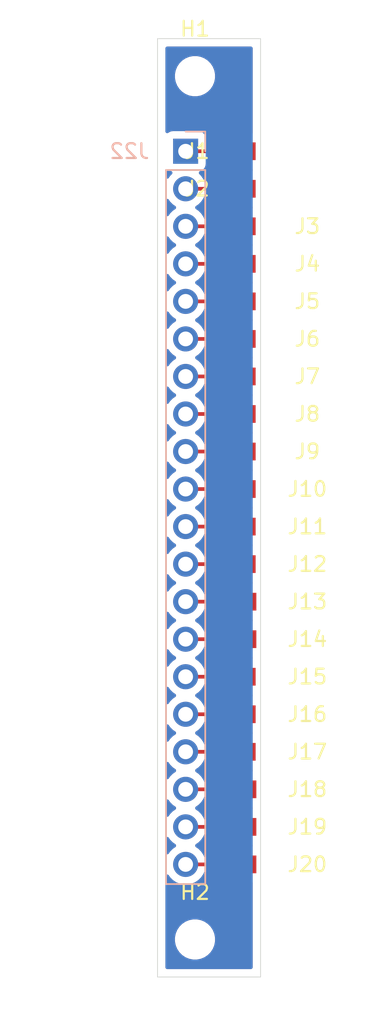
<source format=kicad_pcb>
(kicad_pcb (version 20171130) (host pcbnew "(5.1.8-0-10_14)")

  (general
    (thickness 1.6)
    (drawings 10)
    (tracks 20)
    (zones 0)
    (modules 23)
    (nets 21)
  )

  (page A4)
  (layers
    (0 F.Cu signal)
    (31 B.Cu signal)
    (32 B.Adhes user)
    (33 F.Adhes user)
    (34 B.Paste user)
    (35 F.Paste user)
    (36 B.SilkS user)
    (37 F.SilkS user)
    (38 B.Mask user)
    (39 F.Mask user)
    (40 Dwgs.User user)
    (41 Cmts.User user)
    (42 Eco1.User user)
    (43 Eco2.User user)
    (44 Edge.Cuts user)
    (45 Margin user)
    (46 B.CrtYd user)
    (47 F.CrtYd user)
    (48 B.Fab user)
    (49 F.Fab user)
  )

  (setup
    (last_trace_width 0.25)
    (trace_clearance 0.2)
    (zone_clearance 0.508)
    (zone_45_only no)
    (trace_min 0.2)
    (via_size 0.8)
    (via_drill 0.4)
    (via_min_size 0.4)
    (via_min_drill 0.3)
    (uvia_size 0.3)
    (uvia_drill 0.1)
    (uvias_allowed no)
    (uvia_min_size 0.2)
    (uvia_min_drill 0.1)
    (edge_width 0.05)
    (segment_width 0.2)
    (pcb_text_width 0.3)
    (pcb_text_size 1.5 1.5)
    (mod_edge_width 0.12)
    (mod_text_size 1 1)
    (mod_text_width 0.15)
    (pad_size 1.524 1.524)
    (pad_drill 0.762)
    (pad_to_mask_clearance 0)
    (aux_axis_origin 0 0)
    (visible_elements FFFFFF7F)
    (pcbplotparams
      (layerselection 0x010fc_ffffffff)
      (usegerberextensions false)
      (usegerberattributes true)
      (usegerberadvancedattributes true)
      (creategerberjobfile true)
      (excludeedgelayer true)
      (linewidth 0.100000)
      (plotframeref false)
      (viasonmask false)
      (mode 1)
      (useauxorigin false)
      (hpglpennumber 1)
      (hpglpenspeed 20)
      (hpglpendiameter 15.000000)
      (psnegative false)
      (psa4output false)
      (plotreference true)
      (plotvalue true)
      (plotinvisibletext false)
      (padsonsilk false)
      (subtractmaskfromsilk false)
      (outputformat 1)
      (mirror false)
      (drillshape 1)
      (scaleselection 1)
      (outputdirectory ""))
  )

  (net 0 "")
  (net 1 "Net-(J1-Pad1)")
  (net 2 "Net-(J2-Pad1)")
  (net 3 "Net-(J10-Pad1)")
  (net 4 "Net-(J11-Pad1)")
  (net 5 "Net-(J12-Pad1)")
  (net 6 "Net-(J13-Pad1)")
  (net 7 "Net-(J14-Pad1)")
  (net 8 "Net-(J15-Pad1)")
  (net 9 "Net-(J16-Pad1)")
  (net 10 "Net-(J17-Pad1)")
  (net 11 "Net-(J18-Pad1)")
  (net 12 "Net-(J19-Pad1)")
  (net 13 "Net-(J20-Pad1)")
  (net 14 "Net-(J22-Pad9)")
  (net 15 "Net-(J22-Pad8)")
  (net 16 "Net-(J22-Pad7)")
  (net 17 "Net-(J22-Pad6)")
  (net 18 "Net-(J22-Pad5)")
  (net 19 "Net-(J22-Pad4)")
  (net 20 "Net-(J22-Pad3)")

  (net_class Default "This is the default net class."
    (clearance 0.2)
    (trace_width 0.25)
    (via_dia 0.8)
    (via_drill 0.4)
    (uvia_dia 0.3)
    (uvia_drill 0.1)
    (add_net "Net-(J1-Pad1)")
    (add_net "Net-(J10-Pad1)")
    (add_net "Net-(J11-Pad1)")
    (add_net "Net-(J12-Pad1)")
    (add_net "Net-(J13-Pad1)")
    (add_net "Net-(J14-Pad1)")
    (add_net "Net-(J15-Pad1)")
    (add_net "Net-(J16-Pad1)")
    (add_net "Net-(J17-Pad1)")
    (add_net "Net-(J18-Pad1)")
    (add_net "Net-(J19-Pad1)")
    (add_net "Net-(J2-Pad1)")
    (add_net "Net-(J20-Pad1)")
    (add_net "Net-(J22-Pad3)")
    (add_net "Net-(J22-Pad4)")
    (add_net "Net-(J22-Pad5)")
    (add_net "Net-(J22-Pad6)")
    (add_net "Net-(J22-Pad7)")
    (add_net "Net-(J22-Pad8)")
    (add_net "Net-(J22-Pad9)")
  )

  (module "my library:MountingHole_1.7mm_no_courtyard" (layer F.Cu) (tedit 60B5657A) (tstamp 60B5742A)
    (at 81.28 101.6)
    (descr "Mounting Hole 2.1mm, no annular")
    (tags "mounting hole 2.1mm no annular")
    (path /60BB62CA)
    (attr virtual)
    (fp_text reference H2 (at 0 -3.2) (layer F.SilkS)
      (effects (font (size 1 1) (thickness 0.15)))
    )
    (fp_text value MountingHole (at 0 3.2) (layer F.Fab)
      (effects (font (size 1 1) (thickness 0.15)))
    )
    (fp_text user %R (at 0.3 0) (layer F.Fab)
      (effects (font (size 1 1) (thickness 0.15)))
    )
    (fp_circle (center 0 0) (end 2.35 0) (layer F.CrtYd) (width 0.05))
    (pad "" np_thru_hole circle (at 0 0) (size 1.7 1.7) (drill 1.7) (layers *.Cu *.Mask))
  )

  (module "my library:MountingHole_1.7mm_no_courtyard" (layer F.Cu) (tedit 60B5657A) (tstamp 60B57673)
    (at 81.28 43.18)
    (descr "Mounting Hole 2.1mm, no annular")
    (tags "mounting hole 2.1mm no annular")
    (path /60BB5A6D)
    (attr virtual)
    (fp_text reference H1 (at 0 -3.2) (layer F.SilkS)
      (effects (font (size 1 1) (thickness 0.15)))
    )
    (fp_text value MountingHole (at 0 3.2) (layer F.Fab)
      (effects (font (size 1 1) (thickness 0.15)))
    )
    (fp_text user %R (at 0.3 0) (layer F.Fab)
      (effects (font (size 1 1) (thickness 0.15)))
    )
    (fp_circle (center 0 0) (end 2.35 0) (layer F.CrtYd) (width 0.05))
    (pad "" np_thru_hole circle (at 0 0) (size 1.7 1.7) (drill 1.7) (layers *.Cu *.Mask))
  )

  (module "my library:TE_2306334" (layer F.Cu) (tedit 60B5682F) (tstamp 60B3E92B)
    (at 83.82 50.8)
    (descr "TE 2306334-3 PCB SPRING CONTACT https://www.te.com/usa-en/product-2306334-3.html")
    (tags "SPRING CONTACT")
    (path /60B3FA0B)
    (attr smd)
    (fp_text reference J2 (at -2.413 0) (layer F.SilkS)
      (effects (font (size 1 1) (thickness 0.15)))
    )
    (fp_text value Conn_01x01_Male (at 0 -1.778) (layer F.Fab)
      (effects (font (size 1 1) (thickness 0.15)))
    )
    (fp_line (start 1.27 0) (end -0.635 0) (layer Dwgs.User) (width 0.12))
    (fp_line (start 1.651 -0.635) (end 1.651 0.635) (layer F.CrtYd) (width 0.12))
    (fp_line (start -0.381 0.635) (end 1.651 0.635) (layer F.CrtYd) (width 0.12))
    (fp_line (start -0.381 -0.635) (end -0.381 0.635) (layer F.CrtYd) (width 0.12))
    (fp_line (start -0.381 -0.635) (end 1.651 -0.635) (layer F.CrtYd) (width 0.12))
    (pad 1 smd rect (at 1.22 0) (size 0.7 1.2) (layers F.Cu F.Paste F.Mask)
      (net 2 "Net-(J2-Pad1)"))
    (pad 1 smd rect (at 0.61 0) (size 0.6 1) (layers F.Cu F.Paste F.Mask)
      (net 2 "Net-(J2-Pad1)"))
    (pad 1 smd rect (at 0 0) (size 0.65 1) (layers F.Cu F.Paste F.Mask)
      (net 2 "Net-(J2-Pad1)"))
    (model /Users/mnielsen/Documents/Kicad/cloney-clip/te_2306334-3.wrl
      (offset (xyz -0.39 -0.5 0))
      (scale (xyz 0.4 0.4 0.4))
      (rotate (xyz 0 0 0))
    )
  )

  (module "my library:TE_2306334" (layer F.Cu) (tedit 60B5682F) (tstamp 60B3E91F)
    (at 83.82 48.26)
    (descr "TE 2306334-3 PCB SPRING CONTACT https://www.te.com/usa-en/product-2306334-3.html")
    (tags "SPRING CONTACT")
    (path /60B3E91A)
    (attr smd)
    (fp_text reference J1 (at -2.413 0) (layer F.SilkS)
      (effects (font (size 1 1) (thickness 0.15)))
    )
    (fp_text value Conn_01x01_Male (at 0 -1.778) (layer F.Fab)
      (effects (font (size 1 1) (thickness 0.15)))
    )
    (fp_line (start 1.27 0) (end -0.635 0) (layer Dwgs.User) (width 0.12))
    (fp_line (start 1.651 -0.635) (end 1.651 0.635) (layer F.CrtYd) (width 0.12))
    (fp_line (start -0.381 0.635) (end 1.651 0.635) (layer F.CrtYd) (width 0.12))
    (fp_line (start -0.381 -0.635) (end -0.381 0.635) (layer F.CrtYd) (width 0.12))
    (fp_line (start -0.381 -0.635) (end 1.651 -0.635) (layer F.CrtYd) (width 0.12))
    (pad 1 smd rect (at 1.22 0) (size 0.7 1.2) (layers F.Cu F.Paste F.Mask)
      (net 1 "Net-(J1-Pad1)"))
    (pad 1 smd rect (at 0.61 0) (size 0.6 1) (layers F.Cu F.Paste F.Mask)
      (net 1 "Net-(J1-Pad1)"))
    (pad 1 smd rect (at 0 0) (size 0.65 1) (layers F.Cu F.Paste F.Mask)
      (net 1 "Net-(J1-Pad1)"))
    (model /Users/mnielsen/Documents/Kicad/cloney-clip/te_2306334-3.wrl
      (offset (xyz -0.39 -0.5 0))
      (scale (xyz 0.4 0.4 0.4))
      (rotate (xyz 0 0 0))
    )
  )

  (module Connector_PinHeader_2.54mm:PinHeader_1x20_P2.54mm_Vertical (layer B.Cu) (tedit 59FED5CC) (tstamp 60B400BD)
    (at 80.645 48.26 180)
    (descr "Through hole straight pin header, 1x20, 2.54mm pitch, single row")
    (tags "Through hole pin header THT 1x20 2.54mm single row")
    (path /60B6DFE4)
    (fp_text reference J22 (at 3.81 0) (layer B.SilkS)
      (effects (font (size 1 1) (thickness 0.15)) (justify mirror))
    )
    (fp_text value Conn_01x20_Male (at 0 -50.59) (layer B.Fab)
      (effects (font (size 1 1) (thickness 0.15)) (justify mirror))
    )
    (fp_text user %R (at 0 -24.13 270) (layer B.Fab)
      (effects (font (size 1 1) (thickness 0.15)) (justify mirror))
    )
    (fp_line (start -0.635 1.27) (end 1.27 1.27) (layer B.Fab) (width 0.1))
    (fp_line (start 1.27 1.27) (end 1.27 -49.53) (layer B.Fab) (width 0.1))
    (fp_line (start 1.27 -49.53) (end -1.27 -49.53) (layer B.Fab) (width 0.1))
    (fp_line (start -1.27 -49.53) (end -1.27 0.635) (layer B.Fab) (width 0.1))
    (fp_line (start -1.27 0.635) (end -0.635 1.27) (layer B.Fab) (width 0.1))
    (fp_line (start -1.33 -49.59) (end 1.33 -49.59) (layer B.SilkS) (width 0.12))
    (fp_line (start -1.33 -1.27) (end -1.33 -49.59) (layer B.SilkS) (width 0.12))
    (fp_line (start 1.33 -1.27) (end 1.33 -49.59) (layer B.SilkS) (width 0.12))
    (fp_line (start -1.33 -1.27) (end 1.33 -1.27) (layer B.SilkS) (width 0.12))
    (fp_line (start -1.33 0) (end -1.33 1.33) (layer B.SilkS) (width 0.12))
    (fp_line (start -1.33 1.33) (end 0 1.33) (layer B.SilkS) (width 0.12))
    (fp_line (start -1.8 1.8) (end -1.8 -50.05) (layer B.CrtYd) (width 0.05))
    (fp_line (start -1.8 -50.05) (end 1.8 -50.05) (layer B.CrtYd) (width 0.05))
    (fp_line (start 1.8 -50.05) (end 1.8 1.8) (layer B.CrtYd) (width 0.05))
    (fp_line (start 1.8 1.8) (end -1.8 1.8) (layer B.CrtYd) (width 0.05))
    (pad 20 thru_hole oval (at 0 -48.26 180) (size 1.7 1.7) (drill 1) (layers *.Cu *.Mask)
      (net 13 "Net-(J20-Pad1)"))
    (pad 19 thru_hole oval (at 0 -45.72 180) (size 1.7 1.7) (drill 1) (layers *.Cu *.Mask)
      (net 12 "Net-(J19-Pad1)"))
    (pad 18 thru_hole oval (at 0 -43.18 180) (size 1.7 1.7) (drill 1) (layers *.Cu *.Mask)
      (net 11 "Net-(J18-Pad1)"))
    (pad 17 thru_hole oval (at 0 -40.64 180) (size 1.7 1.7) (drill 1) (layers *.Cu *.Mask)
      (net 10 "Net-(J17-Pad1)"))
    (pad 16 thru_hole oval (at 0 -38.1 180) (size 1.7 1.7) (drill 1) (layers *.Cu *.Mask)
      (net 9 "Net-(J16-Pad1)"))
    (pad 15 thru_hole oval (at 0 -35.56 180) (size 1.7 1.7) (drill 1) (layers *.Cu *.Mask)
      (net 8 "Net-(J15-Pad1)"))
    (pad 14 thru_hole oval (at 0 -33.02 180) (size 1.7 1.7) (drill 1) (layers *.Cu *.Mask)
      (net 7 "Net-(J14-Pad1)"))
    (pad 13 thru_hole oval (at 0 -30.48 180) (size 1.7 1.7) (drill 1) (layers *.Cu *.Mask)
      (net 6 "Net-(J13-Pad1)"))
    (pad 12 thru_hole oval (at 0 -27.94 180) (size 1.7 1.7) (drill 1) (layers *.Cu *.Mask)
      (net 5 "Net-(J12-Pad1)"))
    (pad 11 thru_hole oval (at 0 -25.4 180) (size 1.7 1.7) (drill 1) (layers *.Cu *.Mask)
      (net 4 "Net-(J11-Pad1)"))
    (pad 10 thru_hole oval (at 0 -22.86 180) (size 1.7 1.7) (drill 1) (layers *.Cu *.Mask)
      (net 3 "Net-(J10-Pad1)"))
    (pad 9 thru_hole oval (at 0 -20.32 180) (size 1.7 1.7) (drill 1) (layers *.Cu *.Mask)
      (net 14 "Net-(J22-Pad9)"))
    (pad 8 thru_hole oval (at 0 -17.78 180) (size 1.7 1.7) (drill 1) (layers *.Cu *.Mask)
      (net 15 "Net-(J22-Pad8)"))
    (pad 7 thru_hole oval (at 0 -15.24 180) (size 1.7 1.7) (drill 1) (layers *.Cu *.Mask)
      (net 16 "Net-(J22-Pad7)"))
    (pad 6 thru_hole oval (at 0 -12.7 180) (size 1.7 1.7) (drill 1) (layers *.Cu *.Mask)
      (net 17 "Net-(J22-Pad6)"))
    (pad 5 thru_hole oval (at 0 -10.16 180) (size 1.7 1.7) (drill 1) (layers *.Cu *.Mask)
      (net 18 "Net-(J22-Pad5)"))
    (pad 4 thru_hole oval (at 0 -7.62 180) (size 1.7 1.7) (drill 1) (layers *.Cu *.Mask)
      (net 19 "Net-(J22-Pad4)"))
    (pad 3 thru_hole oval (at 0 -5.08 180) (size 1.7 1.7) (drill 1) (layers *.Cu *.Mask)
      (net 20 "Net-(J22-Pad3)"))
    (pad 2 thru_hole oval (at 0 -2.54 180) (size 1.7 1.7) (drill 1) (layers *.Cu *.Mask)
      (net 2 "Net-(J2-Pad1)"))
    (pad 1 thru_hole rect (at 0 0 180) (size 1.7 1.7) (drill 1) (layers *.Cu *.Mask)
      (net 1 "Net-(J1-Pad1)"))
    (model ${KISYS3DMOD}/Connector_PinHeader_2.54mm.3dshapes/PinHeader_1x20_P2.54mm_Vertical.wrl
      (at (xyz 0 0 0))
      (scale (xyz 1 1 1))
      (rotate (xyz 0 0 0))
    )
  )

  (module "my library:TE_2306334" (layer F.Cu) (tedit 60B5682F) (tstamp 60B3EA03)
    (at 83.87 96.52)
    (descr "TE 2306334-3 PCB SPRING CONTACT https://www.te.com/usa-en/product-2306334-3.html")
    (tags "SPRING CONTACT")
    (path /60B4A925)
    (attr smd)
    (fp_text reference J20 (at 5.03 0) (layer F.SilkS)
      (effects (font (size 1 1) (thickness 0.15)))
    )
    (fp_text value Conn_01x01_Male (at 0 -1.778) (layer F.Fab)
      (effects (font (size 1 1) (thickness 0.15)))
    )
    (fp_line (start 1.27 0) (end -0.635 0) (layer Dwgs.User) (width 0.12))
    (fp_line (start 1.651 -0.635) (end 1.651 0.635) (layer F.CrtYd) (width 0.12))
    (fp_line (start -0.381 0.635) (end 1.651 0.635) (layer F.CrtYd) (width 0.12))
    (fp_line (start -0.381 -0.635) (end -0.381 0.635) (layer F.CrtYd) (width 0.12))
    (fp_line (start -0.381 -0.635) (end 1.651 -0.635) (layer F.CrtYd) (width 0.12))
    (pad 1 smd rect (at 1.22 0) (size 0.7 1.2) (layers F.Cu F.Paste F.Mask)
      (net 13 "Net-(J20-Pad1)"))
    (pad 1 smd rect (at 0.61 0) (size 0.6 1) (layers F.Cu F.Paste F.Mask)
      (net 13 "Net-(J20-Pad1)"))
    (pad 1 smd rect (at 0 0) (size 0.65 1) (layers F.Cu F.Paste F.Mask)
      (net 13 "Net-(J20-Pad1)"))
    (model /Users/mnielsen/Documents/Kicad/cloney-clip/te_2306334-3.wrl
      (offset (xyz -0.39 -0.5 0))
      (scale (xyz 0.4 0.4 0.4))
      (rotate (xyz 0 0 0))
    )
  )

  (module "my library:TE_2306334" (layer F.Cu) (tedit 60B5682F) (tstamp 60B3E9F7)
    (at 83.87 93.98)
    (descr "TE 2306334-3 PCB SPRING CONTACT https://www.te.com/usa-en/product-2306334-3.html")
    (tags "SPRING CONTACT")
    (path /60B4A91F)
    (attr smd)
    (fp_text reference J19 (at 5.03 0) (layer F.SilkS)
      (effects (font (size 1 1) (thickness 0.15)))
    )
    (fp_text value Conn_01x01_Male (at 0 -1.778) (layer F.Fab)
      (effects (font (size 1 1) (thickness 0.15)))
    )
    (fp_line (start 1.27 0) (end -0.635 0) (layer Dwgs.User) (width 0.12))
    (fp_line (start 1.651 -0.635) (end 1.651 0.635) (layer F.CrtYd) (width 0.12))
    (fp_line (start -0.381 0.635) (end 1.651 0.635) (layer F.CrtYd) (width 0.12))
    (fp_line (start -0.381 -0.635) (end -0.381 0.635) (layer F.CrtYd) (width 0.12))
    (fp_line (start -0.381 -0.635) (end 1.651 -0.635) (layer F.CrtYd) (width 0.12))
    (pad 1 smd rect (at 1.22 0) (size 0.7 1.2) (layers F.Cu F.Paste F.Mask)
      (net 12 "Net-(J19-Pad1)"))
    (pad 1 smd rect (at 0.61 0) (size 0.6 1) (layers F.Cu F.Paste F.Mask)
      (net 12 "Net-(J19-Pad1)"))
    (pad 1 smd rect (at 0 0) (size 0.65 1) (layers F.Cu F.Paste F.Mask)
      (net 12 "Net-(J19-Pad1)"))
    (model /Users/mnielsen/Documents/Kicad/cloney-clip/te_2306334-3.wrl
      (offset (xyz -0.39 -0.5 0))
      (scale (xyz 0.4 0.4 0.4))
      (rotate (xyz 0 0 0))
    )
  )

  (module "my library:TE_2306334" (layer F.Cu) (tedit 60B5682F) (tstamp 60B3E9EB)
    (at 83.87 91.44)
    (descr "TE 2306334-3 PCB SPRING CONTACT https://www.te.com/usa-en/product-2306334-3.html")
    (tags "SPRING CONTACT")
    (path /60B4A919)
    (attr smd)
    (fp_text reference J18 (at 5.03 0) (layer F.SilkS)
      (effects (font (size 1 1) (thickness 0.15)))
    )
    (fp_text value Conn_01x01_Male (at 0 -1.778) (layer F.Fab)
      (effects (font (size 1 1) (thickness 0.15)))
    )
    (fp_line (start 1.27 0) (end -0.635 0) (layer Dwgs.User) (width 0.12))
    (fp_line (start 1.651 -0.635) (end 1.651 0.635) (layer F.CrtYd) (width 0.12))
    (fp_line (start -0.381 0.635) (end 1.651 0.635) (layer F.CrtYd) (width 0.12))
    (fp_line (start -0.381 -0.635) (end -0.381 0.635) (layer F.CrtYd) (width 0.12))
    (fp_line (start -0.381 -0.635) (end 1.651 -0.635) (layer F.CrtYd) (width 0.12))
    (pad 1 smd rect (at 1.22 0) (size 0.7 1.2) (layers F.Cu F.Paste F.Mask)
      (net 11 "Net-(J18-Pad1)"))
    (pad 1 smd rect (at 0.61 0) (size 0.6 1) (layers F.Cu F.Paste F.Mask)
      (net 11 "Net-(J18-Pad1)"))
    (pad 1 smd rect (at 0 0) (size 0.65 1) (layers F.Cu F.Paste F.Mask)
      (net 11 "Net-(J18-Pad1)"))
    (model /Users/mnielsen/Documents/Kicad/cloney-clip/te_2306334-3.wrl
      (offset (xyz -0.39 -0.5 0))
      (scale (xyz 0.4 0.4 0.4))
      (rotate (xyz 0 0 0))
    )
  )

  (module "my library:TE_2306334" (layer F.Cu) (tedit 60B5682F) (tstamp 60B3E9DF)
    (at 83.82 88.9)
    (descr "TE 2306334-3 PCB SPRING CONTACT https://www.te.com/usa-en/product-2306334-3.html")
    (tags "SPRING CONTACT")
    (path /60B4A913)
    (attr smd)
    (fp_text reference J17 (at 5.08 0) (layer F.SilkS)
      (effects (font (size 1 1) (thickness 0.15)))
    )
    (fp_text value Conn_01x01_Male (at 0 -1.778) (layer F.Fab)
      (effects (font (size 1 1) (thickness 0.15)))
    )
    (fp_line (start 1.27 0) (end -0.635 0) (layer Dwgs.User) (width 0.12))
    (fp_line (start 1.651 -0.635) (end 1.651 0.635) (layer F.CrtYd) (width 0.12))
    (fp_line (start -0.381 0.635) (end 1.651 0.635) (layer F.CrtYd) (width 0.12))
    (fp_line (start -0.381 -0.635) (end -0.381 0.635) (layer F.CrtYd) (width 0.12))
    (fp_line (start -0.381 -0.635) (end 1.651 -0.635) (layer F.CrtYd) (width 0.12))
    (pad 1 smd rect (at 1.22 0) (size 0.7 1.2) (layers F.Cu F.Paste F.Mask)
      (net 10 "Net-(J17-Pad1)"))
    (pad 1 smd rect (at 0.61 0) (size 0.6 1) (layers F.Cu F.Paste F.Mask)
      (net 10 "Net-(J17-Pad1)"))
    (pad 1 smd rect (at 0 0) (size 0.65 1) (layers F.Cu F.Paste F.Mask)
      (net 10 "Net-(J17-Pad1)"))
    (model /Users/mnielsen/Documents/Kicad/cloney-clip/te_2306334-3.wrl
      (offset (xyz -0.39 -0.5 0))
      (scale (xyz 0.4 0.4 0.4))
      (rotate (xyz 0 0 0))
    )
  )

  (module "my library:TE_2306334" (layer F.Cu) (tedit 60B5682F) (tstamp 60B3E9D3)
    (at 83.82 86.36)
    (descr "TE 2306334-3 PCB SPRING CONTACT https://www.te.com/usa-en/product-2306334-3.html")
    (tags "SPRING CONTACT")
    (path /60B4A90D)
    (attr smd)
    (fp_text reference J16 (at 5.08 0) (layer F.SilkS)
      (effects (font (size 1 1) (thickness 0.15)))
    )
    (fp_text value Conn_01x01_Male (at 0 -1.778) (layer F.Fab)
      (effects (font (size 1 1) (thickness 0.15)))
    )
    (fp_line (start 1.27 0) (end -0.635 0) (layer Dwgs.User) (width 0.12))
    (fp_line (start 1.651 -0.635) (end 1.651 0.635) (layer F.CrtYd) (width 0.12))
    (fp_line (start -0.381 0.635) (end 1.651 0.635) (layer F.CrtYd) (width 0.12))
    (fp_line (start -0.381 -0.635) (end -0.381 0.635) (layer F.CrtYd) (width 0.12))
    (fp_line (start -0.381 -0.635) (end 1.651 -0.635) (layer F.CrtYd) (width 0.12))
    (pad 1 smd rect (at 1.22 0) (size 0.7 1.2) (layers F.Cu F.Paste F.Mask)
      (net 9 "Net-(J16-Pad1)"))
    (pad 1 smd rect (at 0.61 0) (size 0.6 1) (layers F.Cu F.Paste F.Mask)
      (net 9 "Net-(J16-Pad1)"))
    (pad 1 smd rect (at 0 0) (size 0.65 1) (layers F.Cu F.Paste F.Mask)
      (net 9 "Net-(J16-Pad1)"))
    (model /Users/mnielsen/Documents/Kicad/cloney-clip/te_2306334-3.wrl
      (offset (xyz -0.39 -0.5 0))
      (scale (xyz 0.4 0.4 0.4))
      (rotate (xyz 0 0 0))
    )
  )

  (module "my library:TE_2306334" (layer F.Cu) (tedit 60B5682F) (tstamp 60B3E9C7)
    (at 83.82 83.82)
    (descr "TE 2306334-3 PCB SPRING CONTACT https://www.te.com/usa-en/product-2306334-3.html")
    (tags "SPRING CONTACT")
    (path /60B4A907)
    (attr smd)
    (fp_text reference J15 (at 5.08 0) (layer F.SilkS)
      (effects (font (size 1 1) (thickness 0.15)))
    )
    (fp_text value Conn_01x01_Male (at 0 -1.778) (layer F.Fab)
      (effects (font (size 1 1) (thickness 0.15)))
    )
    (fp_line (start 1.27 0) (end -0.635 0) (layer Dwgs.User) (width 0.12))
    (fp_line (start 1.651 -0.635) (end 1.651 0.635) (layer F.CrtYd) (width 0.12))
    (fp_line (start -0.381 0.635) (end 1.651 0.635) (layer F.CrtYd) (width 0.12))
    (fp_line (start -0.381 -0.635) (end -0.381 0.635) (layer F.CrtYd) (width 0.12))
    (fp_line (start -0.381 -0.635) (end 1.651 -0.635) (layer F.CrtYd) (width 0.12))
    (pad 1 smd rect (at 1.22 0) (size 0.7 1.2) (layers F.Cu F.Paste F.Mask)
      (net 8 "Net-(J15-Pad1)"))
    (pad 1 smd rect (at 0.61 0) (size 0.6 1) (layers F.Cu F.Paste F.Mask)
      (net 8 "Net-(J15-Pad1)"))
    (pad 1 smd rect (at 0 0) (size 0.65 1) (layers F.Cu F.Paste F.Mask)
      (net 8 "Net-(J15-Pad1)"))
    (model /Users/mnielsen/Documents/Kicad/cloney-clip/te_2306334-3.wrl
      (offset (xyz -0.39 -0.5 0))
      (scale (xyz 0.4 0.4 0.4))
      (rotate (xyz 0 0 0))
    )
  )

  (module "my library:TE_2306334" (layer F.Cu) (tedit 60B5682F) (tstamp 60B3E9BB)
    (at 83.87 81.28)
    (descr "TE 2306334-3 PCB SPRING CONTACT https://www.te.com/usa-en/product-2306334-3.html")
    (tags "SPRING CONTACT")
    (path /60B4A901)
    (attr smd)
    (fp_text reference J14 (at 5.03 0) (layer F.SilkS)
      (effects (font (size 1 1) (thickness 0.15)))
    )
    (fp_text value Conn_01x01_Male (at 0 -1.778) (layer F.Fab)
      (effects (font (size 1 1) (thickness 0.15)))
    )
    (fp_line (start 1.27 0) (end -0.635 0) (layer Dwgs.User) (width 0.12))
    (fp_line (start 1.651 -0.635) (end 1.651 0.635) (layer F.CrtYd) (width 0.12))
    (fp_line (start -0.381 0.635) (end 1.651 0.635) (layer F.CrtYd) (width 0.12))
    (fp_line (start -0.381 -0.635) (end -0.381 0.635) (layer F.CrtYd) (width 0.12))
    (fp_line (start -0.381 -0.635) (end 1.651 -0.635) (layer F.CrtYd) (width 0.12))
    (pad 1 smd rect (at 1.22 0) (size 0.7 1.2) (layers F.Cu F.Paste F.Mask)
      (net 7 "Net-(J14-Pad1)"))
    (pad 1 smd rect (at 0.61 0) (size 0.6 1) (layers F.Cu F.Paste F.Mask)
      (net 7 "Net-(J14-Pad1)"))
    (pad 1 smd rect (at 0 0) (size 0.65 1) (layers F.Cu F.Paste F.Mask)
      (net 7 "Net-(J14-Pad1)"))
    (model /Users/mnielsen/Documents/Kicad/cloney-clip/te_2306334-3.wrl
      (offset (xyz -0.39 -0.5 0))
      (scale (xyz 0.4 0.4 0.4))
      (rotate (xyz 0 0 0))
    )
  )

  (module "my library:TE_2306334" (layer F.Cu) (tedit 60B5682F) (tstamp 60B3E9AF)
    (at 83.87 78.74)
    (descr "TE 2306334-3 PCB SPRING CONTACT https://www.te.com/usa-en/product-2306334-3.html")
    (tags "SPRING CONTACT")
    (path /60B4A8FB)
    (attr smd)
    (fp_text reference J13 (at 5.03 0) (layer F.SilkS)
      (effects (font (size 1 1) (thickness 0.15)))
    )
    (fp_text value Conn_01x01_Male (at 0 -1.778) (layer F.Fab)
      (effects (font (size 1 1) (thickness 0.15)))
    )
    (fp_line (start 1.27 0) (end -0.635 0) (layer Dwgs.User) (width 0.12))
    (fp_line (start 1.651 -0.635) (end 1.651 0.635) (layer F.CrtYd) (width 0.12))
    (fp_line (start -0.381 0.635) (end 1.651 0.635) (layer F.CrtYd) (width 0.12))
    (fp_line (start -0.381 -0.635) (end -0.381 0.635) (layer F.CrtYd) (width 0.12))
    (fp_line (start -0.381 -0.635) (end 1.651 -0.635) (layer F.CrtYd) (width 0.12))
    (pad 1 smd rect (at 1.22 0) (size 0.7 1.2) (layers F.Cu F.Paste F.Mask)
      (net 6 "Net-(J13-Pad1)"))
    (pad 1 smd rect (at 0.61 0) (size 0.6 1) (layers F.Cu F.Paste F.Mask)
      (net 6 "Net-(J13-Pad1)"))
    (pad 1 smd rect (at 0 0) (size 0.65 1) (layers F.Cu F.Paste F.Mask)
      (net 6 "Net-(J13-Pad1)"))
    (model /Users/mnielsen/Documents/Kicad/cloney-clip/te_2306334-3.wrl
      (offset (xyz -0.39 -0.5 0))
      (scale (xyz 0.4 0.4 0.4))
      (rotate (xyz 0 0 0))
    )
  )

  (module "my library:TE_2306334" (layer F.Cu) (tedit 60B5682F) (tstamp 60B3E9A3)
    (at 83.82 76.2)
    (descr "TE 2306334-3 PCB SPRING CONTACT https://www.te.com/usa-en/product-2306334-3.html")
    (tags "SPRING CONTACT")
    (path /60B4A8F5)
    (attr smd)
    (fp_text reference J12 (at 5.08 0) (layer F.SilkS)
      (effects (font (size 1 1) (thickness 0.15)))
    )
    (fp_text value Conn_01x01_Male (at 0 -1.778) (layer F.Fab)
      (effects (font (size 1 1) (thickness 0.15)))
    )
    (fp_line (start 1.27 0) (end -0.635 0) (layer Dwgs.User) (width 0.12))
    (fp_line (start 1.651 -0.635) (end 1.651 0.635) (layer F.CrtYd) (width 0.12))
    (fp_line (start -0.381 0.635) (end 1.651 0.635) (layer F.CrtYd) (width 0.12))
    (fp_line (start -0.381 -0.635) (end -0.381 0.635) (layer F.CrtYd) (width 0.12))
    (fp_line (start -0.381 -0.635) (end 1.651 -0.635) (layer F.CrtYd) (width 0.12))
    (pad 1 smd rect (at 1.22 0) (size 0.7 1.2) (layers F.Cu F.Paste F.Mask)
      (net 5 "Net-(J12-Pad1)"))
    (pad 1 smd rect (at 0.61 0) (size 0.6 1) (layers F.Cu F.Paste F.Mask)
      (net 5 "Net-(J12-Pad1)"))
    (pad 1 smd rect (at 0 0) (size 0.65 1) (layers F.Cu F.Paste F.Mask)
      (net 5 "Net-(J12-Pad1)"))
    (model /Users/mnielsen/Documents/Kicad/cloney-clip/te_2306334-3.wrl
      (offset (xyz -0.39 -0.5 0))
      (scale (xyz 0.4 0.4 0.4))
      (rotate (xyz 0 0 0))
    )
  )

  (module "my library:TE_2306334" (layer F.Cu) (tedit 60B5682F) (tstamp 60B3E997)
    (at 83.82 73.66)
    (descr "TE 2306334-3 PCB SPRING CONTACT https://www.te.com/usa-en/product-2306334-3.html")
    (tags "SPRING CONTACT")
    (path /60B4A8EF)
    (attr smd)
    (fp_text reference J11 (at 5.08 0) (layer F.SilkS)
      (effects (font (size 1 1) (thickness 0.15)))
    )
    (fp_text value Conn_01x01_Male (at 0 -1.778) (layer F.Fab)
      (effects (font (size 1 1) (thickness 0.15)))
    )
    (fp_line (start 1.27 0) (end -0.635 0) (layer Dwgs.User) (width 0.12))
    (fp_line (start 1.651 -0.635) (end 1.651 0.635) (layer F.CrtYd) (width 0.12))
    (fp_line (start -0.381 0.635) (end 1.651 0.635) (layer F.CrtYd) (width 0.12))
    (fp_line (start -0.381 -0.635) (end -0.381 0.635) (layer F.CrtYd) (width 0.12))
    (fp_line (start -0.381 -0.635) (end 1.651 -0.635) (layer F.CrtYd) (width 0.12))
    (pad 1 smd rect (at 1.22 0) (size 0.7 1.2) (layers F.Cu F.Paste F.Mask)
      (net 4 "Net-(J11-Pad1)"))
    (pad 1 smd rect (at 0.61 0) (size 0.6 1) (layers F.Cu F.Paste F.Mask)
      (net 4 "Net-(J11-Pad1)"))
    (pad 1 smd rect (at 0 0) (size 0.65 1) (layers F.Cu F.Paste F.Mask)
      (net 4 "Net-(J11-Pad1)"))
    (model /Users/mnielsen/Documents/Kicad/cloney-clip/te_2306334-3.wrl
      (offset (xyz -0.39 -0.5 0))
      (scale (xyz 0.4 0.4 0.4))
      (rotate (xyz 0 0 0))
    )
  )

  (module "my library:TE_2306334" (layer F.Cu) (tedit 60B5682F) (tstamp 60B3E98B)
    (at 83.82 71.12)
    (descr "TE 2306334-3 PCB SPRING CONTACT https://www.te.com/usa-en/product-2306334-3.html")
    (tags "SPRING CONTACT")
    (path /60B40C25)
    (attr smd)
    (fp_text reference J10 (at 5.08 0) (layer F.SilkS)
      (effects (font (size 1 1) (thickness 0.15)))
    )
    (fp_text value Conn_01x01_Male (at 0 -1.778) (layer F.Fab)
      (effects (font (size 1 1) (thickness 0.15)))
    )
    (fp_line (start 1.27 0) (end -0.635 0) (layer Dwgs.User) (width 0.12))
    (fp_line (start 1.651 -0.635) (end 1.651 0.635) (layer F.CrtYd) (width 0.12))
    (fp_line (start -0.381 0.635) (end 1.651 0.635) (layer F.CrtYd) (width 0.12))
    (fp_line (start -0.381 -0.635) (end -0.381 0.635) (layer F.CrtYd) (width 0.12))
    (fp_line (start -0.381 -0.635) (end 1.651 -0.635) (layer F.CrtYd) (width 0.12))
    (pad 1 smd rect (at 1.22 0) (size 0.7 1.2) (layers F.Cu F.Paste F.Mask)
      (net 3 "Net-(J10-Pad1)"))
    (pad 1 smd rect (at 0.61 0) (size 0.6 1) (layers F.Cu F.Paste F.Mask)
      (net 3 "Net-(J10-Pad1)"))
    (pad 1 smd rect (at 0 0) (size 0.65 1) (layers F.Cu F.Paste F.Mask)
      (net 3 "Net-(J10-Pad1)"))
    (model /Users/mnielsen/Documents/Kicad/cloney-clip/te_2306334-3.wrl
      (offset (xyz -0.39 -0.5 0))
      (scale (xyz 0.4 0.4 0.4))
      (rotate (xyz 0 0 0))
    )
  )

  (module "my library:TE_2306334" (layer F.Cu) (tedit 60B5682F) (tstamp 60B3E97F)
    (at 83.82 68.58)
    (descr "TE 2306334-3 PCB SPRING CONTACT https://www.te.com/usa-en/product-2306334-3.html")
    (tags "SPRING CONTACT")
    (path /60B40A50)
    (attr smd)
    (fp_text reference J9 (at 5.08 0) (layer F.SilkS)
      (effects (font (size 1 1) (thickness 0.15)))
    )
    (fp_text value Conn_01x01_Male (at 0 -1.778) (layer F.Fab)
      (effects (font (size 1 1) (thickness 0.15)))
    )
    (fp_line (start 1.27 0) (end -0.635 0) (layer Dwgs.User) (width 0.12))
    (fp_line (start 1.651 -0.635) (end 1.651 0.635) (layer F.CrtYd) (width 0.12))
    (fp_line (start -0.381 0.635) (end 1.651 0.635) (layer F.CrtYd) (width 0.12))
    (fp_line (start -0.381 -0.635) (end -0.381 0.635) (layer F.CrtYd) (width 0.12))
    (fp_line (start -0.381 -0.635) (end 1.651 -0.635) (layer F.CrtYd) (width 0.12))
    (pad 1 smd rect (at 1.22 0) (size 0.7 1.2) (layers F.Cu F.Paste F.Mask)
      (net 14 "Net-(J22-Pad9)"))
    (pad 1 smd rect (at 0.61 0) (size 0.6 1) (layers F.Cu F.Paste F.Mask)
      (net 14 "Net-(J22-Pad9)"))
    (pad 1 smd rect (at 0 0) (size 0.65 1) (layers F.Cu F.Paste F.Mask)
      (net 14 "Net-(J22-Pad9)"))
    (model /Users/mnielsen/Documents/Kicad/cloney-clip/te_2306334-3.wrl
      (offset (xyz -0.39 -0.5 0))
      (scale (xyz 0.4 0.4 0.4))
      (rotate (xyz 0 0 0))
    )
  )

  (module "my library:TE_2306334" (layer F.Cu) (tedit 60B5682F) (tstamp 60B3E973)
    (at 83.82 66.04)
    (descr "TE 2306334-3 PCB SPRING CONTACT https://www.te.com/usa-en/product-2306334-3.html")
    (tags "SPRING CONTACT")
    (path /60B408BA)
    (attr smd)
    (fp_text reference J8 (at 5.08 0) (layer F.SilkS)
      (effects (font (size 1 1) (thickness 0.15)))
    )
    (fp_text value Conn_01x01_Male (at 0 -1.778) (layer F.Fab)
      (effects (font (size 1 1) (thickness 0.15)))
    )
    (fp_line (start 1.27 0) (end -0.635 0) (layer Dwgs.User) (width 0.12))
    (fp_line (start 1.651 -0.635) (end 1.651 0.635) (layer F.CrtYd) (width 0.12))
    (fp_line (start -0.381 0.635) (end 1.651 0.635) (layer F.CrtYd) (width 0.12))
    (fp_line (start -0.381 -0.635) (end -0.381 0.635) (layer F.CrtYd) (width 0.12))
    (fp_line (start -0.381 -0.635) (end 1.651 -0.635) (layer F.CrtYd) (width 0.12))
    (pad 1 smd rect (at 1.22 0) (size 0.7 1.2) (layers F.Cu F.Paste F.Mask)
      (net 15 "Net-(J22-Pad8)"))
    (pad 1 smd rect (at 0.61 0) (size 0.6 1) (layers F.Cu F.Paste F.Mask)
      (net 15 "Net-(J22-Pad8)"))
    (pad 1 smd rect (at 0 0) (size 0.65 1) (layers F.Cu F.Paste F.Mask)
      (net 15 "Net-(J22-Pad8)"))
    (model /Users/mnielsen/Documents/Kicad/cloney-clip/te_2306334-3.wrl
      (offset (xyz -0.39 -0.5 0))
      (scale (xyz 0.4 0.4 0.4))
      (rotate (xyz 0 0 0))
    )
  )

  (module "my library:TE_2306334" (layer F.Cu) (tedit 60B5682F) (tstamp 60B3E967)
    (at 83.82 63.5)
    (descr "TE 2306334-3 PCB SPRING CONTACT https://www.te.com/usa-en/product-2306334-3.html")
    (tags "SPRING CONTACT")
    (path /60B406BB)
    (attr smd)
    (fp_text reference J7 (at 5.08 0) (layer F.SilkS)
      (effects (font (size 1 1) (thickness 0.15)))
    )
    (fp_text value Conn_01x01_Male (at 0 -1.778) (layer F.Fab)
      (effects (font (size 1 1) (thickness 0.15)))
    )
    (fp_line (start 1.27 0) (end -0.635 0) (layer Dwgs.User) (width 0.12))
    (fp_line (start 1.651 -0.635) (end 1.651 0.635) (layer F.CrtYd) (width 0.12))
    (fp_line (start -0.381 0.635) (end 1.651 0.635) (layer F.CrtYd) (width 0.12))
    (fp_line (start -0.381 -0.635) (end -0.381 0.635) (layer F.CrtYd) (width 0.12))
    (fp_line (start -0.381 -0.635) (end 1.651 -0.635) (layer F.CrtYd) (width 0.12))
    (pad 1 smd rect (at 1.22 0) (size 0.7 1.2) (layers F.Cu F.Paste F.Mask)
      (net 16 "Net-(J22-Pad7)"))
    (pad 1 smd rect (at 0.61 0) (size 0.6 1) (layers F.Cu F.Paste F.Mask)
      (net 16 "Net-(J22-Pad7)"))
    (pad 1 smd rect (at 0 0) (size 0.65 1) (layers F.Cu F.Paste F.Mask)
      (net 16 "Net-(J22-Pad7)"))
    (model /Users/mnielsen/Documents/Kicad/cloney-clip/te_2306334-3.wrl
      (offset (xyz -0.39 -0.5 0))
      (scale (xyz 0.4 0.4 0.4))
      (rotate (xyz 0 0 0))
    )
  )

  (module "my library:TE_2306334" (layer F.Cu) (tedit 60B5682F) (tstamp 60B3E95B)
    (at 83.82 60.96)
    (descr "TE 2306334-3 PCB SPRING CONTACT https://www.te.com/usa-en/product-2306334-3.html")
    (tags "SPRING CONTACT")
    (path /60B403D5)
    (attr smd)
    (fp_text reference J6 (at 5.08 0) (layer F.SilkS)
      (effects (font (size 1 1) (thickness 0.15)))
    )
    (fp_text value Conn_01x01_Male (at 0 -1.778) (layer F.Fab)
      (effects (font (size 1 1) (thickness 0.15)))
    )
    (fp_line (start 1.27 0) (end -0.635 0) (layer Dwgs.User) (width 0.12))
    (fp_line (start 1.651 -0.635) (end 1.651 0.635) (layer F.CrtYd) (width 0.12))
    (fp_line (start -0.381 0.635) (end 1.651 0.635) (layer F.CrtYd) (width 0.12))
    (fp_line (start -0.381 -0.635) (end -0.381 0.635) (layer F.CrtYd) (width 0.12))
    (fp_line (start -0.381 -0.635) (end 1.651 -0.635) (layer F.CrtYd) (width 0.12))
    (pad 1 smd rect (at 1.22 0) (size 0.7 1.2) (layers F.Cu F.Paste F.Mask)
      (net 17 "Net-(J22-Pad6)"))
    (pad 1 smd rect (at 0.61 0) (size 0.6 1) (layers F.Cu F.Paste F.Mask)
      (net 17 "Net-(J22-Pad6)"))
    (pad 1 smd rect (at 0 0) (size 0.65 1) (layers F.Cu F.Paste F.Mask)
      (net 17 "Net-(J22-Pad6)"))
    (model /Users/mnielsen/Documents/Kicad/cloney-clip/te_2306334-3.wrl
      (offset (xyz -0.39 -0.5 0))
      (scale (xyz 0.4 0.4 0.4))
      (rotate (xyz 0 0 0))
    )
  )

  (module "my library:TE_2306334" (layer F.Cu) (tedit 60B5682F) (tstamp 60B3E94F)
    (at 83.82 58.42)
    (descr "TE 2306334-3 PCB SPRING CONTACT https://www.te.com/usa-en/product-2306334-3.html")
    (tags "SPRING CONTACT")
    (path /60B40269)
    (attr smd)
    (fp_text reference J5 (at 5.08 0) (layer F.SilkS)
      (effects (font (size 1 1) (thickness 0.15)))
    )
    (fp_text value Conn_01x01_Male (at 0 -1.778) (layer F.Fab)
      (effects (font (size 1 1) (thickness 0.15)))
    )
    (fp_line (start 1.27 0) (end -0.635 0) (layer Dwgs.User) (width 0.12))
    (fp_line (start 1.651 -0.635) (end 1.651 0.635) (layer F.CrtYd) (width 0.12))
    (fp_line (start -0.381 0.635) (end 1.651 0.635) (layer F.CrtYd) (width 0.12))
    (fp_line (start -0.381 -0.635) (end -0.381 0.635) (layer F.CrtYd) (width 0.12))
    (fp_line (start -0.381 -0.635) (end 1.651 -0.635) (layer F.CrtYd) (width 0.12))
    (pad 1 smd rect (at 1.22 0) (size 0.7 1.2) (layers F.Cu F.Paste F.Mask)
      (net 18 "Net-(J22-Pad5)"))
    (pad 1 smd rect (at 0.61 0) (size 0.6 1) (layers F.Cu F.Paste F.Mask)
      (net 18 "Net-(J22-Pad5)"))
    (pad 1 smd rect (at 0 0) (size 0.65 1) (layers F.Cu F.Paste F.Mask)
      (net 18 "Net-(J22-Pad5)"))
    (model /Users/mnielsen/Documents/Kicad/cloney-clip/te_2306334-3.wrl
      (offset (xyz -0.39 -0.5 0))
      (scale (xyz 0.4 0.4 0.4))
      (rotate (xyz 0 0 0))
    )
  )

  (module "my library:TE_2306334" (layer F.Cu) (tedit 60B5682F) (tstamp 60B3E943)
    (at 83.82 55.88)
    (descr "TE 2306334-3 PCB SPRING CONTACT https://www.te.com/usa-en/product-2306334-3.html")
    (tags "SPRING CONTACT")
    (path /60B3FF98)
    (attr smd)
    (fp_text reference J4 (at 5.08 0) (layer F.SilkS)
      (effects (font (size 1 1) (thickness 0.15)))
    )
    (fp_text value Conn_01x01_Male (at 0 -1.778) (layer F.Fab)
      (effects (font (size 1 1) (thickness 0.15)))
    )
    (fp_line (start 1.27 0) (end -0.635 0) (layer Dwgs.User) (width 0.12))
    (fp_line (start 1.651 -0.635) (end 1.651 0.635) (layer F.CrtYd) (width 0.12))
    (fp_line (start -0.381 0.635) (end 1.651 0.635) (layer F.CrtYd) (width 0.12))
    (fp_line (start -0.381 -0.635) (end -0.381 0.635) (layer F.CrtYd) (width 0.12))
    (fp_line (start -0.381 -0.635) (end 1.651 -0.635) (layer F.CrtYd) (width 0.12))
    (pad 1 smd rect (at 1.22 0) (size 0.7 1.2) (layers F.Cu F.Paste F.Mask)
      (net 19 "Net-(J22-Pad4)"))
    (pad 1 smd rect (at 0.61 0) (size 0.6 1) (layers F.Cu F.Paste F.Mask)
      (net 19 "Net-(J22-Pad4)"))
    (pad 1 smd rect (at 0 0) (size 0.65 1) (layers F.Cu F.Paste F.Mask)
      (net 19 "Net-(J22-Pad4)"))
    (model /Users/mnielsen/Documents/Kicad/cloney-clip/te_2306334-3.wrl
      (offset (xyz -0.39 -0.5 0))
      (scale (xyz 0.4 0.4 0.4))
      (rotate (xyz 0 0 0))
    )
  )

  (module "my library:TE_2306334" (layer F.Cu) (tedit 60B5682F) (tstamp 60B3E937)
    (at 83.82 53.34)
    (descr "TE 2306334-3 PCB SPRING CONTACT https://www.te.com/usa-en/product-2306334-3.html")
    (tags "SPRING CONTACT")
    (path /60B3FCB2)
    (attr smd)
    (fp_text reference J3 (at 5.08 0) (layer F.SilkS)
      (effects (font (size 1 1) (thickness 0.15)))
    )
    (fp_text value Conn_01x01_Male (at 0 -1.778) (layer F.Fab)
      (effects (font (size 1 1) (thickness 0.15)))
    )
    (fp_line (start 1.27 0) (end -0.635 0) (layer Dwgs.User) (width 0.12))
    (fp_line (start 1.651 -0.635) (end 1.651 0.635) (layer F.CrtYd) (width 0.12))
    (fp_line (start -0.381 0.635) (end 1.651 0.635) (layer F.CrtYd) (width 0.12))
    (fp_line (start -0.381 -0.635) (end -0.381 0.635) (layer F.CrtYd) (width 0.12))
    (fp_line (start -0.381 -0.635) (end 1.651 -0.635) (layer F.CrtYd) (width 0.12))
    (pad 1 smd rect (at 1.22 0) (size 0.7 1.2) (layers F.Cu F.Paste F.Mask)
      (net 20 "Net-(J22-Pad3)"))
    (pad 1 smd rect (at 0.61 0) (size 0.6 1) (layers F.Cu F.Paste F.Mask)
      (net 20 "Net-(J22-Pad3)"))
    (pad 1 smd rect (at 0 0) (size 0.65 1) (layers F.Cu F.Paste F.Mask)
      (net 20 "Net-(J22-Pad3)"))
    (model /Users/mnielsen/Documents/Kicad/cloney-clip/te_2306334-3.wrl
      (offset (xyz -0.39 -0.5 0))
      (scale (xyz 0.4 0.4 0.4))
      (rotate (xyz 0 0 0))
    )
  )

  (dimension 63.5 (width 0.15) (layer Dwgs.User)
    (gr_text "63.500 mm" (at 74.325 72.39 270) (layer Dwgs.User)
      (effects (font (size 1 1) (thickness 0.15)))
    )
    (feature1 (pts (xy 72.39 104.14) (xy 73.611421 104.14)))
    (feature2 (pts (xy 72.39 40.64) (xy 73.611421 40.64)))
    (crossbar (pts (xy 73.025 40.64) (xy 73.025 104.14)))
    (arrow1a (pts (xy 73.025 104.14) (xy 72.438579 103.013496)))
    (arrow1b (pts (xy 73.025 104.14) (xy 73.611421 103.013496)))
    (arrow2a (pts (xy 73.025 40.64) (xy 72.438579 41.766504)))
    (arrow2b (pts (xy 73.025 40.64) (xy 73.611421 41.766504)))
  )
  (dimension 2.54 (width 0.15) (layer Dwgs.User) (tstamp 60B583DB)
    (gr_text "2.540 mm" (at 88.295 97.79 90) (layer Dwgs.User) (tstamp 60B583DB)
      (effects (font (size 1 1) (thickness 0.15)))
    )
    (feature1 (pts (xy 86.36 96.52) (xy 87.581421 96.52)))
    (feature2 (pts (xy 86.36 99.06) (xy 87.581421 99.06)))
    (crossbar (pts (xy 86.995 99.06) (xy 86.995 96.52)))
    (arrow1a (pts (xy 86.995 96.52) (xy 87.581421 97.646504)))
    (arrow1b (pts (xy 86.995 96.52) (xy 86.408579 97.646504)))
    (arrow2a (pts (xy 86.995 99.06) (xy 87.581421 97.933496)))
    (arrow2b (pts (xy 86.995 99.06) (xy 86.408579 97.933496)))
  )
  (dimension 7.62 (width 0.15) (layer Dwgs.User)
    (gr_text "7.620 mm" (at 92.74 41.91 90) (layer Dwgs.User)
      (effects (font (size 1 1) (thickness 0.15)))
    )
    (feature1 (pts (xy 90.805 38.1) (xy 92.026421 38.1)))
    (feature2 (pts (xy 90.805 45.72) (xy 92.026421 45.72)))
    (crossbar (pts (xy 91.44 45.72) (xy 91.44 38.1)))
    (arrow1a (pts (xy 91.44 38.1) (xy 92.026421 39.226504)))
    (arrow1b (pts (xy 91.44 38.1) (xy 90.853579 39.226504)))
    (arrow2a (pts (xy 91.44 45.72) (xy 92.026421 44.593496)))
    (arrow2b (pts (xy 91.44 45.72) (xy 90.853579 44.593496)))
  )
  (dimension 2.54 (width 0.15) (layer Dwgs.User)
    (gr_text "2.540 mm" (at 88.295 46.99 90) (layer Dwgs.User)
      (effects (font (size 1 1) (thickness 0.15)))
    )
    (feature1 (pts (xy 86.36 45.72) (xy 87.581421 45.72)))
    (feature2 (pts (xy 86.36 48.26) (xy 87.581421 48.26)))
    (crossbar (pts (xy 86.995 48.26) (xy 86.995 45.72)))
    (arrow1a (pts (xy 86.995 45.72) (xy 87.581421 46.846504)))
    (arrow1b (pts (xy 86.995 45.72) (xy 86.408579 46.846504)))
    (arrow2a (pts (xy 86.995 48.26) (xy 87.581421 47.133496)))
    (arrow2b (pts (xy 86.995 48.26) (xy 86.408579 47.133496)))
  )
  (dimension 5.08 (width 0.15) (layer Dwgs.User) (tstamp 60B583C8)
    (gr_text "5.080 mm" (at 83.185 44.42) (layer Dwgs.User) (tstamp 60B583C9)
      (effects (font (size 1 1) (thickness 0.15)))
    )
    (feature1 (pts (xy 80.645 46.354999) (xy 80.645 45.133579)))
    (feature2 (pts (xy 85.725 46.354999) (xy 85.725 45.133579)))
    (crossbar (pts (xy 85.725 45.72) (xy 80.645 45.72)))
    (arrow1a (pts (xy 80.645 45.72) (xy 81.771504 45.133579)))
    (arrow1b (pts (xy 80.645 45.72) (xy 81.771504 46.306421)))
    (arrow2a (pts (xy 85.725 45.72) (xy 84.598496 45.133579)))
    (arrow2b (pts (xy 85.725 45.72) (xy 84.598496 46.306421)))
  )
  (dimension 6.985 (width 0.15) (layer Dwgs.User)
    (gr_text "6.985 mm" (at 82.2325 107.98) (layer Dwgs.User)
      (effects (font (size 1 1) (thickness 0.15)))
    )
    (feature1 (pts (xy 85.725 105.0925) (xy 85.725 107.266421)))
    (feature2 (pts (xy 78.74 105.0925) (xy 78.74 107.266421)))
    (crossbar (pts (xy 78.74 106.68) (xy 85.725 106.68)))
    (arrow1a (pts (xy 85.725 106.68) (xy 84.598496 107.266421)))
    (arrow1b (pts (xy 85.725 106.68) (xy 84.598496 106.093579)))
    (arrow2a (pts (xy 78.74 106.68) (xy 79.866504 107.266421)))
    (arrow2b (pts (xy 78.74 106.68) (xy 79.866504 106.093579)))
  )
  (gr_line (start 78.74 40.64) (end 85.725 40.64) (layer Edge.Cuts) (width 0.05))
  (gr_line (start 85.725 104.14) (end 85.725 40.64) (layer Edge.Cuts) (width 0.05) (tstamp 60B57D61))
  (gr_line (start 78.74 104.14) (end 85.725 104.14) (layer Edge.Cuts) (width 0.05))
  (gr_line (start 78.74 40.64) (end 78.74 104.14) (layer Edge.Cuts) (width 0.05))

  (segment (start 80.645 48.26) (end 85.04 48.26) (width 0.25) (layer F.Cu) (net 1))
  (segment (start 80.645 50.8) (end 85.04 50.8) (width 0.25) (layer F.Cu) (net 2))
  (segment (start 80.645 71.12) (end 85.04 71.12) (width 0.25) (layer F.Cu) (net 3))
  (segment (start 80.645 73.66) (end 85.04 73.66) (width 0.25) (layer F.Cu) (net 4))
  (segment (start 80.645 76.2) (end 85.04 76.2) (width 0.25) (layer F.Cu) (net 5))
  (segment (start 80.645 78.74) (end 85.09 78.74) (width 0.25) (layer F.Cu) (net 6))
  (segment (start 80.645 81.28) (end 85.09 81.28) (width 0.25) (layer F.Cu) (net 7))
  (segment (start 80.645 83.82) (end 85.04 83.82) (width 0.25) (layer F.Cu) (net 8))
  (segment (start 80.645 86.36) (end 85.09 86.36) (width 0.25) (layer F.Cu) (net 9))
  (segment (start 80.645 88.9) (end 85.04 88.9) (width 0.25) (layer F.Cu) (net 10))
  (segment (start 80.645 91.44) (end 85.09 91.44) (width 0.25) (layer F.Cu) (net 11))
  (segment (start 80.645 93.98) (end 85.09 93.98) (width 0.25) (layer F.Cu) (net 12))
  (segment (start 80.645 96.52) (end 85.09 96.52) (width 0.25) (layer F.Cu) (net 13))
  (segment (start 80.645 68.58) (end 85.04 68.58) (width 0.25) (layer F.Cu) (net 14))
  (segment (start 80.645 66.04) (end 85.04 66.04) (width 0.25) (layer F.Cu) (net 15))
  (segment (start 80.645 63.5) (end 85.04 63.5) (width 0.25) (layer F.Cu) (net 16))
  (segment (start 80.645 60.96) (end 85.04 60.96) (width 0.25) (layer F.Cu) (net 17))
  (segment (start 80.645 58.42) (end 85.04 58.42) (width 0.25) (layer F.Cu) (net 18))
  (segment (start 80.645 55.88) (end 85.04 55.88) (width 0.25) (layer F.Cu) (net 19))
  (segment (start 80.645 53.34) (end 85.04 53.34) (width 0.25) (layer F.Cu) (net 20))

  (zone (net 0) (net_name "") (layer F.Cu) (tstamp 0) (hatch edge 0.508)
    (connect_pads (clearance 0.508))
    (min_thickness 0.254)
    (fill yes (arc_segments 32) (thermal_gap 0.508) (thermal_bridge_width 0.508))
    (polygon
      (pts
        (xy 86.995 105.7275) (xy 78.105 105.0925) (xy 78.74 38.735) (xy 85.725 38.735)
      )
    )
    (filled_polygon
      (pts
        (xy 83.014463 97.374494) (xy 83.093815 97.471185) (xy 83.190506 97.550537) (xy 83.30082 97.609502) (xy 83.420518 97.645812)
        (xy 83.545 97.658072) (xy 84.399603 97.658072) (xy 84.49582 97.709502) (xy 84.615518 97.745812) (xy 84.74 97.758072)
        (xy 85.065 97.758072) (xy 85.065 103.48) (xy 79.4 103.48) (xy 79.4 101.45374) (xy 79.795 101.45374)
        (xy 79.795 101.74626) (xy 79.852068 102.033158) (xy 79.96401 102.303411) (xy 80.126525 102.546632) (xy 80.333368 102.753475)
        (xy 80.576589 102.91599) (xy 80.846842 103.027932) (xy 81.13374 103.085) (xy 81.42626 103.085) (xy 81.713158 103.027932)
        (xy 81.983411 102.91599) (xy 82.226632 102.753475) (xy 82.433475 102.546632) (xy 82.59599 102.303411) (xy 82.707932 102.033158)
        (xy 82.765 101.74626) (xy 82.765 101.45374) (xy 82.707932 101.166842) (xy 82.59599 100.896589) (xy 82.433475 100.653368)
        (xy 82.226632 100.446525) (xy 81.983411 100.28401) (xy 81.713158 100.172068) (xy 81.42626 100.115) (xy 81.13374 100.115)
        (xy 80.846842 100.172068) (xy 80.576589 100.28401) (xy 80.333368 100.446525) (xy 80.126525 100.653368) (xy 79.96401 100.896589)
        (xy 79.852068 101.166842) (xy 79.795 101.45374) (xy 79.4 101.45374) (xy 79.4 97.329655) (xy 79.491525 97.466632)
        (xy 79.698368 97.673475) (xy 79.941589 97.83599) (xy 80.211842 97.947932) (xy 80.49874 98.005) (xy 80.79126 98.005)
        (xy 81.078158 97.947932) (xy 81.348411 97.83599) (xy 81.591632 97.673475) (xy 81.798475 97.466632) (xy 81.923178 97.28)
        (xy 82.963954 97.28)
      )
    )
    (filled_polygon
      (pts
        (xy 83.014463 94.834494) (xy 83.093815 94.931185) (xy 83.190506 95.010537) (xy 83.30082 95.069502) (xy 83.420518 95.105812)
        (xy 83.545 95.118072) (xy 84.399603 95.118072) (xy 84.49582 95.169502) (xy 84.615518 95.205812) (xy 84.74 95.218072)
        (xy 85.065 95.218072) (xy 85.065 95.281928) (xy 84.74 95.281928) (xy 84.615518 95.294188) (xy 84.49582 95.330498)
        (xy 84.399603 95.381928) (xy 83.545 95.381928) (xy 83.420518 95.394188) (xy 83.30082 95.430498) (xy 83.190506 95.489463)
        (xy 83.093815 95.568815) (xy 83.014463 95.665506) (xy 82.963954 95.76) (xy 81.923178 95.76) (xy 81.798475 95.573368)
        (xy 81.591632 95.366525) (xy 81.41724 95.25) (xy 81.591632 95.133475) (xy 81.798475 94.926632) (xy 81.923178 94.74)
        (xy 82.963954 94.74)
      )
    )
    (filled_polygon
      (pts
        (xy 79.491525 94.926632) (xy 79.698368 95.133475) (xy 79.87276 95.25) (xy 79.698368 95.366525) (xy 79.491525 95.573368)
        (xy 79.4 95.710345) (xy 79.4 94.789655)
      )
    )
    (filled_polygon
      (pts
        (xy 83.014463 92.294494) (xy 83.093815 92.391185) (xy 83.190506 92.470537) (xy 83.30082 92.529502) (xy 83.420518 92.565812)
        (xy 83.545 92.578072) (xy 84.399603 92.578072) (xy 84.49582 92.629502) (xy 84.615518 92.665812) (xy 84.74 92.678072)
        (xy 85.065 92.678072) (xy 85.065 92.741928) (xy 84.74 92.741928) (xy 84.615518 92.754188) (xy 84.49582 92.790498)
        (xy 84.399603 92.841928) (xy 83.545 92.841928) (xy 83.420518 92.854188) (xy 83.30082 92.890498) (xy 83.190506 92.949463)
        (xy 83.093815 93.028815) (xy 83.014463 93.125506) (xy 82.963954 93.22) (xy 81.923178 93.22) (xy 81.798475 93.033368)
        (xy 81.591632 92.826525) (xy 81.41724 92.71) (xy 81.591632 92.593475) (xy 81.798475 92.386632) (xy 81.923178 92.2)
        (xy 82.963954 92.2)
      )
    )
    (filled_polygon
      (pts
        (xy 79.491525 92.386632) (xy 79.698368 92.593475) (xy 79.87276 92.71) (xy 79.698368 92.826525) (xy 79.491525 93.033368)
        (xy 79.4 93.170345) (xy 79.4 92.249655)
      )
    )
    (filled_polygon
      (pts
        (xy 82.964463 89.754494) (xy 83.043815 89.851185) (xy 83.140506 89.930537) (xy 83.25082 89.989502) (xy 83.370518 90.025812)
        (xy 83.495 90.038072) (xy 84.349603 90.038072) (xy 84.44582 90.089502) (xy 84.565518 90.125812) (xy 84.69 90.138072)
        (xy 85.065 90.138072) (xy 85.065 90.201928) (xy 84.74 90.201928) (xy 84.615518 90.214188) (xy 84.49582 90.250498)
        (xy 84.399603 90.301928) (xy 83.545 90.301928) (xy 83.420518 90.314188) (xy 83.30082 90.350498) (xy 83.190506 90.409463)
        (xy 83.093815 90.488815) (xy 83.014463 90.585506) (xy 82.963954 90.68) (xy 81.923178 90.68) (xy 81.798475 90.493368)
        (xy 81.591632 90.286525) (xy 81.41724 90.17) (xy 81.591632 90.053475) (xy 81.798475 89.846632) (xy 81.923178 89.66)
        (xy 82.913954 89.66)
      )
    )
    (filled_polygon
      (pts
        (xy 79.491525 89.846632) (xy 79.698368 90.053475) (xy 79.87276 90.17) (xy 79.698368 90.286525) (xy 79.491525 90.493368)
        (xy 79.4 90.630345) (xy 79.4 89.709655)
      )
    )
    (filled_polygon
      (pts
        (xy 82.964463 87.214494) (xy 83.043815 87.311185) (xy 83.140506 87.390537) (xy 83.25082 87.449502) (xy 83.370518 87.485812)
        (xy 83.495 87.498072) (xy 84.349603 87.498072) (xy 84.44582 87.549502) (xy 84.565518 87.585812) (xy 84.69 87.598072)
        (xy 85.065 87.598072) (xy 85.065 87.661928) (xy 84.69 87.661928) (xy 84.565518 87.674188) (xy 84.44582 87.710498)
        (xy 84.349603 87.761928) (xy 83.495 87.761928) (xy 83.370518 87.774188) (xy 83.25082 87.810498) (xy 83.140506 87.869463)
        (xy 83.043815 87.948815) (xy 82.964463 88.045506) (xy 82.913954 88.14) (xy 81.923178 88.14) (xy 81.798475 87.953368)
        (xy 81.591632 87.746525) (xy 81.41724 87.63) (xy 81.591632 87.513475) (xy 81.798475 87.306632) (xy 81.923178 87.12)
        (xy 82.913954 87.12)
      )
    )
    (filled_polygon
      (pts
        (xy 79.491525 87.306632) (xy 79.698368 87.513475) (xy 79.87276 87.63) (xy 79.698368 87.746525) (xy 79.491525 87.953368)
        (xy 79.4 88.090345) (xy 79.4 87.169655)
      )
    )
    (filled_polygon
      (pts
        (xy 82.964463 84.674494) (xy 83.043815 84.771185) (xy 83.140506 84.850537) (xy 83.25082 84.909502) (xy 83.370518 84.945812)
        (xy 83.495 84.958072) (xy 84.349603 84.958072) (xy 84.44582 85.009502) (xy 84.565518 85.045812) (xy 84.69 85.058072)
        (xy 85.065 85.058072) (xy 85.065 85.121928) (xy 84.69 85.121928) (xy 84.565518 85.134188) (xy 84.44582 85.170498)
        (xy 84.349603 85.221928) (xy 83.495 85.221928) (xy 83.370518 85.234188) (xy 83.25082 85.270498) (xy 83.140506 85.329463)
        (xy 83.043815 85.408815) (xy 82.964463 85.505506) (xy 82.913954 85.6) (xy 81.923178 85.6) (xy 81.798475 85.413368)
        (xy 81.591632 85.206525) (xy 81.41724 85.09) (xy 81.591632 84.973475) (xy 81.798475 84.766632) (xy 81.923178 84.58)
        (xy 82.913954 84.58)
      )
    )
    (filled_polygon
      (pts
        (xy 79.491525 84.766632) (xy 79.698368 84.973475) (xy 79.87276 85.09) (xy 79.698368 85.206525) (xy 79.491525 85.413368)
        (xy 79.4 85.550345) (xy 79.4 84.629655)
      )
    )
    (filled_polygon
      (pts
        (xy 83.014463 82.134494) (xy 83.093815 82.231185) (xy 83.190506 82.310537) (xy 83.30082 82.369502) (xy 83.420518 82.405812)
        (xy 83.545 82.418072) (xy 84.399603 82.418072) (xy 84.49582 82.469502) (xy 84.615518 82.505812) (xy 84.74 82.518072)
        (xy 85.065 82.518072) (xy 85.065 82.581928) (xy 84.69 82.581928) (xy 84.565518 82.594188) (xy 84.44582 82.630498)
        (xy 84.349603 82.681928) (xy 83.495 82.681928) (xy 83.370518 82.694188) (xy 83.25082 82.730498) (xy 83.140506 82.789463)
        (xy 83.043815 82.868815) (xy 82.964463 82.965506) (xy 82.913954 83.06) (xy 81.923178 83.06) (xy 81.798475 82.873368)
        (xy 81.591632 82.666525) (xy 81.41724 82.55) (xy 81.591632 82.433475) (xy 81.798475 82.226632) (xy 81.923178 82.04)
        (xy 82.963954 82.04)
      )
    )
    (filled_polygon
      (pts
        (xy 79.491525 82.226632) (xy 79.698368 82.433475) (xy 79.87276 82.55) (xy 79.698368 82.666525) (xy 79.491525 82.873368)
        (xy 79.4 83.010345) (xy 79.4 82.089655)
      )
    )
    (filled_polygon
      (pts
        (xy 83.014463 79.594494) (xy 83.093815 79.691185) (xy 83.190506 79.770537) (xy 83.30082 79.829502) (xy 83.420518 79.865812)
        (xy 83.545 79.878072) (xy 84.399603 79.878072) (xy 84.49582 79.929502) (xy 84.615518 79.965812) (xy 84.74 79.978072)
        (xy 85.065 79.978072) (xy 85.065 80.041928) (xy 84.74 80.041928) (xy 84.615518 80.054188) (xy 84.49582 80.090498)
        (xy 84.399603 80.141928) (xy 83.545 80.141928) (xy 83.420518 80.154188) (xy 83.30082 80.190498) (xy 83.190506 80.249463)
        (xy 83.093815 80.328815) (xy 83.014463 80.425506) (xy 82.963954 80.52) (xy 81.923178 80.52) (xy 81.798475 80.333368)
        (xy 81.591632 80.126525) (xy 81.41724 80.01) (xy 81.591632 79.893475) (xy 81.798475 79.686632) (xy 81.923178 79.5)
        (xy 82.963954 79.5)
      )
    )
    (filled_polygon
      (pts
        (xy 79.491525 79.686632) (xy 79.698368 79.893475) (xy 79.87276 80.01) (xy 79.698368 80.126525) (xy 79.491525 80.333368)
        (xy 79.4 80.470345) (xy 79.4 79.549655)
      )
    )
    (filled_polygon
      (pts
        (xy 82.964463 77.054494) (xy 83.043815 77.151185) (xy 83.140506 77.230537) (xy 83.25082 77.289502) (xy 83.370518 77.325812)
        (xy 83.495 77.338072) (xy 84.349603 77.338072) (xy 84.44582 77.389502) (xy 84.565518 77.425812) (xy 84.69 77.438072)
        (xy 85.065 77.438072) (xy 85.065 77.501928) (xy 84.74 77.501928) (xy 84.615518 77.514188) (xy 84.49582 77.550498)
        (xy 84.399603 77.601928) (xy 83.545 77.601928) (xy 83.420518 77.614188) (xy 83.30082 77.650498) (xy 83.190506 77.709463)
        (xy 83.093815 77.788815) (xy 83.014463 77.885506) (xy 82.963954 77.98) (xy 81.923178 77.98) (xy 81.798475 77.793368)
        (xy 81.591632 77.586525) (xy 81.41724 77.47) (xy 81.591632 77.353475) (xy 81.798475 77.146632) (xy 81.923178 76.96)
        (xy 82.913954 76.96)
      )
    )
    (filled_polygon
      (pts
        (xy 79.491525 77.146632) (xy 79.698368 77.353475) (xy 79.87276 77.47) (xy 79.698368 77.586525) (xy 79.491525 77.793368)
        (xy 79.4 77.930345) (xy 79.4 77.009655)
      )
    )
    (filled_polygon
      (pts
        (xy 82.964463 74.514494) (xy 83.043815 74.611185) (xy 83.140506 74.690537) (xy 83.25082 74.749502) (xy 83.370518 74.785812)
        (xy 83.495 74.798072) (xy 84.349603 74.798072) (xy 84.44582 74.849502) (xy 84.565518 74.885812) (xy 84.69 74.898072)
        (xy 85.065 74.898072) (xy 85.065 74.961928) (xy 84.69 74.961928) (xy 84.565518 74.974188) (xy 84.44582 75.010498)
        (xy 84.349603 75.061928) (xy 83.495 75.061928) (xy 83.370518 75.074188) (xy 83.25082 75.110498) (xy 83.140506 75.169463)
        (xy 83.043815 75.248815) (xy 82.964463 75.345506) (xy 82.913954 75.44) (xy 81.923178 75.44) (xy 81.798475 75.253368)
        (xy 81.591632 75.046525) (xy 81.41724 74.93) (xy 81.591632 74.813475) (xy 81.798475 74.606632) (xy 81.923178 74.42)
        (xy 82.913954 74.42)
      )
    )
    (filled_polygon
      (pts
        (xy 79.491525 74.606632) (xy 79.698368 74.813475) (xy 79.87276 74.93) (xy 79.698368 75.046525) (xy 79.491525 75.253368)
        (xy 79.4 75.390345) (xy 79.4 74.469655)
      )
    )
    (filled_polygon
      (pts
        (xy 82.964463 71.974494) (xy 83.043815 72.071185) (xy 83.140506 72.150537) (xy 83.25082 72.209502) (xy 83.370518 72.245812)
        (xy 83.495 72.258072) (xy 84.349603 72.258072) (xy 84.44582 72.309502) (xy 84.565518 72.345812) (xy 84.69 72.358072)
        (xy 85.065001 72.358072) (xy 85.065 72.421928) (xy 84.69 72.421928) (xy 84.565518 72.434188) (xy 84.44582 72.470498)
        (xy 84.349603 72.521928) (xy 83.495 72.521928) (xy 83.370518 72.534188) (xy 83.25082 72.570498) (xy 83.140506 72.629463)
        (xy 83.043815 72.708815) (xy 82.964463 72.805506) (xy 82.913954 72.9) (xy 81.923178 72.9) (xy 81.798475 72.713368)
        (xy 81.591632 72.506525) (xy 81.41724 72.39) (xy 81.591632 72.273475) (xy 81.798475 72.066632) (xy 81.923178 71.88)
        (xy 82.913954 71.88)
      )
    )
    (filled_polygon
      (pts
        (xy 79.491525 72.066632) (xy 79.698368 72.273475) (xy 79.87276 72.39) (xy 79.698368 72.506525) (xy 79.491525 72.713368)
        (xy 79.4 72.850345) (xy 79.4 71.929655)
      )
    )
    (filled_polygon
      (pts
        (xy 82.964463 69.434494) (xy 83.043815 69.531185) (xy 83.140506 69.610537) (xy 83.25082 69.669502) (xy 83.370518 69.705812)
        (xy 83.495 69.718072) (xy 84.349603 69.718072) (xy 84.44582 69.769502) (xy 84.565518 69.805812) (xy 84.69 69.818072)
        (xy 85.065001 69.818072) (xy 85.065001 69.881928) (xy 84.69 69.881928) (xy 84.565518 69.894188) (xy 84.44582 69.930498)
        (xy 84.349603 69.981928) (xy 83.495 69.981928) (xy 83.370518 69.994188) (xy 83.25082 70.030498) (xy 83.140506 70.089463)
        (xy 83.043815 70.168815) (xy 82.964463 70.265506) (xy 82.913954 70.36) (xy 81.923178 70.36) (xy 81.798475 70.173368)
        (xy 81.591632 69.966525) (xy 81.41724 69.85) (xy 81.591632 69.733475) (xy 81.798475 69.526632) (xy 81.923178 69.34)
        (xy 82.913954 69.34)
      )
    )
    (filled_polygon
      (pts
        (xy 79.491525 69.526632) (xy 79.698368 69.733475) (xy 79.87276 69.85) (xy 79.698368 69.966525) (xy 79.491525 70.173368)
        (xy 79.4 70.310345) (xy 79.4 69.389655)
      )
    )
    (filled_polygon
      (pts
        (xy 82.964463 66.894494) (xy 83.043815 66.991185) (xy 83.140506 67.070537) (xy 83.25082 67.129502) (xy 83.370518 67.165812)
        (xy 83.495 67.178072) (xy 84.349603 67.178072) (xy 84.44582 67.229502) (xy 84.565518 67.265812) (xy 84.69 67.278072)
        (xy 85.065001 67.278072) (xy 85.065001 67.341928) (xy 84.69 67.341928) (xy 84.565518 67.354188) (xy 84.44582 67.390498)
        (xy 84.349603 67.441928) (xy 83.495 67.441928) (xy 83.370518 67.454188) (xy 83.25082 67.490498) (xy 83.140506 67.549463)
        (xy 83.043815 67.628815) (xy 82.964463 67.725506) (xy 82.913954 67.82) (xy 81.923178 67.82) (xy 81.798475 67.633368)
        (xy 81.591632 67.426525) (xy 81.41724 67.31) (xy 81.591632 67.193475) (xy 81.798475 66.986632) (xy 81.923178 66.8)
        (xy 82.913954 66.8)
      )
    )
    (filled_polygon
      (pts
        (xy 79.491525 66.986632) (xy 79.698368 67.193475) (xy 79.87276 67.31) (xy 79.698368 67.426525) (xy 79.491525 67.633368)
        (xy 79.4 67.770345) (xy 79.4 66.849655)
      )
    )
    (filled_polygon
      (pts
        (xy 82.964463 64.354494) (xy 83.043815 64.451185) (xy 83.140506 64.530537) (xy 83.25082 64.589502) (xy 83.370518 64.625812)
        (xy 83.495 64.638072) (xy 84.349603 64.638072) (xy 84.44582 64.689502) (xy 84.565518 64.725812) (xy 84.69 64.738072)
        (xy 85.065001 64.738072) (xy 85.065001 64.801928) (xy 84.69 64.801928) (xy 84.565518 64.814188) (xy 84.44582 64.850498)
        (xy 84.349603 64.901928) (xy 83.495 64.901928) (xy 83.370518 64.914188) (xy 83.25082 64.950498) (xy 83.140506 65.009463)
        (xy 83.043815 65.088815) (xy 82.964463 65.185506) (xy 82.913954 65.28) (xy 81.923178 65.28) (xy 81.798475 65.093368)
        (xy 81.591632 64.886525) (xy 81.41724 64.77) (xy 81.591632 64.653475) (xy 81.798475 64.446632) (xy 81.923178 64.26)
        (xy 82.913954 64.26)
      )
    )
    (filled_polygon
      (pts
        (xy 79.491525 64.446632) (xy 79.698368 64.653475) (xy 79.87276 64.77) (xy 79.698368 64.886525) (xy 79.491525 65.093368)
        (xy 79.4 65.230345) (xy 79.4 64.309655)
      )
    )
    (filled_polygon
      (pts
        (xy 82.964463 61.814494) (xy 83.043815 61.911185) (xy 83.140506 61.990537) (xy 83.25082 62.049502) (xy 83.370518 62.085812)
        (xy 83.495 62.098072) (xy 84.349603 62.098072) (xy 84.44582 62.149502) (xy 84.565518 62.185812) (xy 84.69 62.198072)
        (xy 85.065001 62.198072) (xy 85.065001 62.261928) (xy 84.69 62.261928) (xy 84.565518 62.274188) (xy 84.44582 62.310498)
        (xy 84.349603 62.361928) (xy 83.495 62.361928) (xy 83.370518 62.374188) (xy 83.25082 62.410498) (xy 83.140506 62.469463)
        (xy 83.043815 62.548815) (xy 82.964463 62.645506) (xy 82.913954 62.74) (xy 81.923178 62.74) (xy 81.798475 62.553368)
        (xy 81.591632 62.346525) (xy 81.41724 62.23) (xy 81.591632 62.113475) (xy 81.798475 61.906632) (xy 81.923178 61.72)
        (xy 82.913954 61.72)
      )
    )
    (filled_polygon
      (pts
        (xy 79.491525 61.906632) (xy 79.698368 62.113475) (xy 79.87276 62.23) (xy 79.698368 62.346525) (xy 79.491525 62.553368)
        (xy 79.4 62.690345) (xy 79.4 61.769655)
      )
    )
    (filled_polygon
      (pts
        (xy 82.964463 59.274494) (xy 83.043815 59.371185) (xy 83.140506 59.450537) (xy 83.25082 59.509502) (xy 83.370518 59.545812)
        (xy 83.495 59.558072) (xy 84.349603 59.558072) (xy 84.44582 59.609502) (xy 84.565518 59.645812) (xy 84.69 59.658072)
        (xy 85.065001 59.658072) (xy 85.065001 59.721928) (xy 84.69 59.721928) (xy 84.565518 59.734188) (xy 84.44582 59.770498)
        (xy 84.349603 59.821928) (xy 83.495 59.821928) (xy 83.370518 59.834188) (xy 83.25082 59.870498) (xy 83.140506 59.929463)
        (xy 83.043815 60.008815) (xy 82.964463 60.105506) (xy 82.913954 60.2) (xy 81.923178 60.2) (xy 81.798475 60.013368)
        (xy 81.591632 59.806525) (xy 81.41724 59.69) (xy 81.591632 59.573475) (xy 81.798475 59.366632) (xy 81.923178 59.18)
        (xy 82.913954 59.18)
      )
    )
    (filled_polygon
      (pts
        (xy 79.491525 59.366632) (xy 79.698368 59.573475) (xy 79.87276 59.69) (xy 79.698368 59.806525) (xy 79.491525 60.013368)
        (xy 79.4 60.150345) (xy 79.4 59.229655)
      )
    )
    (filled_polygon
      (pts
        (xy 82.964463 56.734494) (xy 83.043815 56.831185) (xy 83.140506 56.910537) (xy 83.25082 56.969502) (xy 83.370518 57.005812)
        (xy 83.495 57.018072) (xy 84.349603 57.018072) (xy 84.44582 57.069502) (xy 84.565518 57.105812) (xy 84.69 57.118072)
        (xy 85.065001 57.118072) (xy 85.065001 57.181928) (xy 84.69 57.181928) (xy 84.565518 57.194188) (xy 84.44582 57.230498)
        (xy 84.349603 57.281928) (xy 83.495 57.281928) (xy 83.370518 57.294188) (xy 83.25082 57.330498) (xy 83.140506 57.389463)
        (xy 83.043815 57.468815) (xy 82.964463 57.565506) (xy 82.913954 57.66) (xy 81.923178 57.66) (xy 81.798475 57.473368)
        (xy 81.591632 57.266525) (xy 81.41724 57.15) (xy 81.591632 57.033475) (xy 81.798475 56.826632) (xy 81.923178 56.64)
        (xy 82.913954 56.64)
      )
    )
    (filled_polygon
      (pts
        (xy 79.491525 56.826632) (xy 79.698368 57.033475) (xy 79.87276 57.15) (xy 79.698368 57.266525) (xy 79.491525 57.473368)
        (xy 79.4 57.610345) (xy 79.4 56.689655)
      )
    )
    (filled_polygon
      (pts
        (xy 82.964463 54.194494) (xy 83.043815 54.291185) (xy 83.140506 54.370537) (xy 83.25082 54.429502) (xy 83.370518 54.465812)
        (xy 83.495 54.478072) (xy 84.349603 54.478072) (xy 84.44582 54.529502) (xy 84.565518 54.565812) (xy 84.69 54.578072)
        (xy 85.065001 54.578072) (xy 85.065001 54.641928) (xy 84.69 54.641928) (xy 84.565518 54.654188) (xy 84.44582 54.690498)
        (xy 84.349603 54.741928) (xy 83.495 54.741928) (xy 83.370518 54.754188) (xy 83.25082 54.790498) (xy 83.140506 54.849463)
        (xy 83.043815 54.928815) (xy 82.964463 55.025506) (xy 82.913954 55.12) (xy 81.923178 55.12) (xy 81.798475 54.933368)
        (xy 81.591632 54.726525) (xy 81.41724 54.61) (xy 81.591632 54.493475) (xy 81.798475 54.286632) (xy 81.923178 54.1)
        (xy 82.913954 54.1)
      )
    )
    (filled_polygon
      (pts
        (xy 79.491525 54.286632) (xy 79.698368 54.493475) (xy 79.87276 54.61) (xy 79.698368 54.726525) (xy 79.491525 54.933368)
        (xy 79.4 55.070345) (xy 79.4 54.149655)
      )
    )
    (filled_polygon
      (pts
        (xy 82.964463 51.654494) (xy 83.043815 51.751185) (xy 83.140506 51.830537) (xy 83.25082 51.889502) (xy 83.370518 51.925812)
        (xy 83.495 51.938072) (xy 84.349603 51.938072) (xy 84.44582 51.989502) (xy 84.565518 52.025812) (xy 84.69 52.038072)
        (xy 85.065001 52.038072) (xy 85.065001 52.101928) (xy 84.69 52.101928) (xy 84.565518 52.114188) (xy 84.44582 52.150498)
        (xy 84.349603 52.201928) (xy 83.495 52.201928) (xy 83.370518 52.214188) (xy 83.25082 52.250498) (xy 83.140506 52.309463)
        (xy 83.043815 52.388815) (xy 82.964463 52.485506) (xy 82.913954 52.58) (xy 81.923178 52.58) (xy 81.798475 52.393368)
        (xy 81.591632 52.186525) (xy 81.41724 52.07) (xy 81.591632 51.953475) (xy 81.798475 51.746632) (xy 81.923178 51.56)
        (xy 82.913954 51.56)
      )
    )
    (filled_polygon
      (pts
        (xy 79.491525 51.746632) (xy 79.698368 51.953475) (xy 79.87276 52.07) (xy 79.698368 52.186525) (xy 79.491525 52.393368)
        (xy 79.4 52.530345) (xy 79.4 51.609655)
      )
    )
    (filled_polygon
      (pts
        (xy 82.964463 49.114494) (xy 83.043815 49.211185) (xy 83.140506 49.290537) (xy 83.25082 49.349502) (xy 83.370518 49.385812)
        (xy 83.495 49.398072) (xy 84.349603 49.398072) (xy 84.44582 49.449502) (xy 84.565518 49.485812) (xy 84.69 49.498072)
        (xy 85.065001 49.498072) (xy 85.065001 49.561928) (xy 84.69 49.561928) (xy 84.565518 49.574188) (xy 84.44582 49.610498)
        (xy 84.349603 49.661928) (xy 83.495 49.661928) (xy 83.370518 49.674188) (xy 83.25082 49.710498) (xy 83.140506 49.769463)
        (xy 83.043815 49.848815) (xy 82.964463 49.945506) (xy 82.913954 50.04) (xy 81.923178 50.04) (xy 81.798475 49.853368)
        (xy 81.66662 49.721513) (xy 81.73918 49.699502) (xy 81.849494 49.640537) (xy 81.946185 49.561185) (xy 82.025537 49.464494)
        (xy 82.084502 49.35418) (xy 82.120812 49.234482) (xy 82.133072 49.11) (xy 82.133072 49.02) (xy 82.913954 49.02)
      )
    )
    (filled_polygon
      (pts
        (xy 79.440506 49.640537) (xy 79.55082 49.699502) (xy 79.62338 49.721513) (xy 79.491525 49.853368) (xy 79.4 49.990345)
        (xy 79.4 49.607295)
      )
    )
    (filled_polygon
      (pts
        (xy 85.065001 47.021928) (xy 84.69 47.021928) (xy 84.565518 47.034188) (xy 84.44582 47.070498) (xy 84.349603 47.121928)
        (xy 83.495 47.121928) (xy 83.370518 47.134188) (xy 83.25082 47.170498) (xy 83.140506 47.229463) (xy 83.043815 47.308815)
        (xy 82.964463 47.405506) (xy 82.913954 47.5) (xy 82.133072 47.5) (xy 82.133072 47.41) (xy 82.120812 47.285518)
        (xy 82.084502 47.16582) (xy 82.025537 47.055506) (xy 81.946185 46.958815) (xy 81.849494 46.879463) (xy 81.73918 46.820498)
        (xy 81.619482 46.784188) (xy 81.495 46.771928) (xy 79.795 46.771928) (xy 79.670518 46.784188) (xy 79.55082 46.820498)
        (xy 79.440506 46.879463) (xy 79.4 46.912705) (xy 79.4 43.03374) (xy 79.795 43.03374) (xy 79.795 43.32626)
        (xy 79.852068 43.613158) (xy 79.96401 43.883411) (xy 80.126525 44.126632) (xy 80.333368 44.333475) (xy 80.576589 44.49599)
        (xy 80.846842 44.607932) (xy 81.13374 44.665) (xy 81.42626 44.665) (xy 81.713158 44.607932) (xy 81.983411 44.49599)
        (xy 82.226632 44.333475) (xy 82.433475 44.126632) (xy 82.59599 43.883411) (xy 82.707932 43.613158) (xy 82.765 43.32626)
        (xy 82.765 43.03374) (xy 82.707932 42.746842) (xy 82.59599 42.476589) (xy 82.433475 42.233368) (xy 82.226632 42.026525)
        (xy 81.983411 41.86401) (xy 81.713158 41.752068) (xy 81.42626 41.695) (xy 81.13374 41.695) (xy 80.846842 41.752068)
        (xy 80.576589 41.86401) (xy 80.333368 42.026525) (xy 80.126525 42.233368) (xy 79.96401 42.476589) (xy 79.852068 42.746842)
        (xy 79.795 43.03374) (xy 79.4 43.03374) (xy 79.4 41.3) (xy 85.065001 41.3)
      )
    )
  )
  (zone (net 0) (net_name "") (layer B.Cu) (tstamp 60B444F6) (hatch edge 0.508)
    (connect_pads (clearance 0.508))
    (min_thickness 0.254)
    (fill yes (arc_segments 32) (thermal_gap 0.508) (thermal_bridge_width 0.508))
    (polygon
      (pts
        (xy 85.725 38.735) (xy 78.74 38.735) (xy 77.47 104.775) (xy 86.36 104.775)
      )
    )
    (filled_polygon
      (pts
        (xy 85.065 103.48) (xy 79.4 103.48) (xy 79.4 101.45374) (xy 79.795 101.45374) (xy 79.795 101.74626)
        (xy 79.852068 102.033158) (xy 79.96401 102.303411) (xy 80.126525 102.546632) (xy 80.333368 102.753475) (xy 80.576589 102.91599)
        (xy 80.846842 103.027932) (xy 81.13374 103.085) (xy 81.42626 103.085) (xy 81.713158 103.027932) (xy 81.983411 102.91599)
        (xy 82.226632 102.753475) (xy 82.433475 102.546632) (xy 82.59599 102.303411) (xy 82.707932 102.033158) (xy 82.765 101.74626)
        (xy 82.765 101.45374) (xy 82.707932 101.166842) (xy 82.59599 100.896589) (xy 82.433475 100.653368) (xy 82.226632 100.446525)
        (xy 81.983411 100.28401) (xy 81.713158 100.172068) (xy 81.42626 100.115) (xy 81.13374 100.115) (xy 80.846842 100.172068)
        (xy 80.576589 100.28401) (xy 80.333368 100.446525) (xy 80.126525 100.653368) (xy 79.96401 100.896589) (xy 79.852068 101.166842)
        (xy 79.795 101.45374) (xy 79.4 101.45374) (xy 79.4 97.329655) (xy 79.491525 97.466632) (xy 79.698368 97.673475)
        (xy 79.941589 97.83599) (xy 80.211842 97.947932) (xy 80.49874 98.005) (xy 80.79126 98.005) (xy 81.078158 97.947932)
        (xy 81.348411 97.83599) (xy 81.591632 97.673475) (xy 81.798475 97.466632) (xy 81.96099 97.223411) (xy 82.072932 96.953158)
        (xy 82.13 96.66626) (xy 82.13 96.37374) (xy 82.072932 96.086842) (xy 81.96099 95.816589) (xy 81.798475 95.573368)
        (xy 81.591632 95.366525) (xy 81.41724 95.25) (xy 81.591632 95.133475) (xy 81.798475 94.926632) (xy 81.96099 94.683411)
        (xy 82.072932 94.413158) (xy 82.13 94.12626) (xy 82.13 93.83374) (xy 82.072932 93.546842) (xy 81.96099 93.276589)
        (xy 81.798475 93.033368) (xy 81.591632 92.826525) (xy 81.41724 92.71) (xy 81.591632 92.593475) (xy 81.798475 92.386632)
        (xy 81.96099 92.143411) (xy 82.072932 91.873158) (xy 82.13 91.58626) (xy 82.13 91.29374) (xy 82.072932 91.006842)
        (xy 81.96099 90.736589) (xy 81.798475 90.493368) (xy 81.591632 90.286525) (xy 81.41724 90.17) (xy 81.591632 90.053475)
        (xy 81.798475 89.846632) (xy 81.96099 89.603411) (xy 82.072932 89.333158) (xy 82.13 89.04626) (xy 82.13 88.75374)
        (xy 82.072932 88.466842) (xy 81.96099 88.196589) (xy 81.798475 87.953368) (xy 81.591632 87.746525) (xy 81.41724 87.63)
        (xy 81.591632 87.513475) (xy 81.798475 87.306632) (xy 81.96099 87.063411) (xy 82.072932 86.793158) (xy 82.13 86.50626)
        (xy 82.13 86.21374) (xy 82.072932 85.926842) (xy 81.96099 85.656589) (xy 81.798475 85.413368) (xy 81.591632 85.206525)
        (xy 81.41724 85.09) (xy 81.591632 84.973475) (xy 81.798475 84.766632) (xy 81.96099 84.523411) (xy 82.072932 84.253158)
        (xy 82.13 83.96626) (xy 82.13 83.67374) (xy 82.072932 83.386842) (xy 81.96099 83.116589) (xy 81.798475 82.873368)
        (xy 81.591632 82.666525) (xy 81.41724 82.55) (xy 81.591632 82.433475) (xy 81.798475 82.226632) (xy 81.96099 81.983411)
        (xy 82.072932 81.713158) (xy 82.13 81.42626) (xy 82.13 81.13374) (xy 82.072932 80.846842) (xy 81.96099 80.576589)
        (xy 81.798475 80.333368) (xy 81.591632 80.126525) (xy 81.41724 80.01) (xy 81.591632 79.893475) (xy 81.798475 79.686632)
        (xy 81.96099 79.443411) (xy 82.072932 79.173158) (xy 82.13 78.88626) (xy 82.13 78.59374) (xy 82.072932 78.306842)
        (xy 81.96099 78.036589) (xy 81.798475 77.793368) (xy 81.591632 77.586525) (xy 81.41724 77.47) (xy 81.591632 77.353475)
        (xy 81.798475 77.146632) (xy 81.96099 76.903411) (xy 82.072932 76.633158) (xy 82.13 76.34626) (xy 82.13 76.05374)
        (xy 82.072932 75.766842) (xy 81.96099 75.496589) (xy 81.798475 75.253368) (xy 81.591632 75.046525) (xy 81.41724 74.93)
        (xy 81.591632 74.813475) (xy 81.798475 74.606632) (xy 81.96099 74.363411) (xy 82.072932 74.093158) (xy 82.13 73.80626)
        (xy 82.13 73.51374) (xy 82.072932 73.226842) (xy 81.96099 72.956589) (xy 81.798475 72.713368) (xy 81.591632 72.506525)
        (xy 81.41724 72.39) (xy 81.591632 72.273475) (xy 81.798475 72.066632) (xy 81.96099 71.823411) (xy 82.072932 71.553158)
        (xy 82.13 71.26626) (xy 82.13 70.97374) (xy 82.072932 70.686842) (xy 81.96099 70.416589) (xy 81.798475 70.173368)
        (xy 81.591632 69.966525) (xy 81.41724 69.85) (xy 81.591632 69.733475) (xy 81.798475 69.526632) (xy 81.96099 69.283411)
        (xy 82.072932 69.013158) (xy 82.13 68.72626) (xy 82.13 68.43374) (xy 82.072932 68.146842) (xy 81.96099 67.876589)
        (xy 81.798475 67.633368) (xy 81.591632 67.426525) (xy 81.41724 67.31) (xy 81.591632 67.193475) (xy 81.798475 66.986632)
        (xy 81.96099 66.743411) (xy 82.072932 66.473158) (xy 82.13 66.18626) (xy 82.13 65.89374) (xy 82.072932 65.606842)
        (xy 81.96099 65.336589) (xy 81.798475 65.093368) (xy 81.591632 64.886525) (xy 81.41724 64.77) (xy 81.591632 64.653475)
        (xy 81.798475 64.446632) (xy 81.96099 64.203411) (xy 82.072932 63.933158) (xy 82.13 63.64626) (xy 82.13 63.35374)
        (xy 82.072932 63.066842) (xy 81.96099 62.796589) (xy 81.798475 62.553368) (xy 81.591632 62.346525) (xy 81.41724 62.23)
        (xy 81.591632 62.113475) (xy 81.798475 61.906632) (xy 81.96099 61.663411) (xy 82.072932 61.393158) (xy 82.13 61.10626)
        (xy 82.13 60.81374) (xy 82.072932 60.526842) (xy 81.96099 60.256589) (xy 81.798475 60.013368) (xy 81.591632 59.806525)
        (xy 81.41724 59.69) (xy 81.591632 59.573475) (xy 81.798475 59.366632) (xy 81.96099 59.123411) (xy 82.072932 58.853158)
        (xy 82.13 58.56626) (xy 82.13 58.27374) (xy 82.072932 57.986842) (xy 81.96099 57.716589) (xy 81.798475 57.473368)
        (xy 81.591632 57.266525) (xy 81.41724 57.15) (xy 81.591632 57.033475) (xy 81.798475 56.826632) (xy 81.96099 56.583411)
        (xy 82.072932 56.313158) (xy 82.13 56.02626) (xy 82.13 55.73374) (xy 82.072932 55.446842) (xy 81.96099 55.176589)
        (xy 81.798475 54.933368) (xy 81.591632 54.726525) (xy 81.41724 54.61) (xy 81.591632 54.493475) (xy 81.798475 54.286632)
        (xy 81.96099 54.043411) (xy 82.072932 53.773158) (xy 82.13 53.48626) (xy 82.13 53.19374) (xy 82.072932 52.906842)
        (xy 81.96099 52.636589) (xy 81.798475 52.393368) (xy 81.591632 52.186525) (xy 81.41724 52.07) (xy 81.591632 51.953475)
        (xy 81.798475 51.746632) (xy 81.96099 51.503411) (xy 82.072932 51.233158) (xy 82.13 50.94626) (xy 82.13 50.65374)
        (xy 82.072932 50.366842) (xy 81.96099 50.096589) (xy 81.798475 49.853368) (xy 81.66662 49.721513) (xy 81.73918 49.699502)
        (xy 81.849494 49.640537) (xy 81.946185 49.561185) (xy 82.025537 49.464494) (xy 82.084502 49.35418) (xy 82.120812 49.234482)
        (xy 82.133072 49.11) (xy 82.133072 47.41) (xy 82.120812 47.285518) (xy 82.084502 47.16582) (xy 82.025537 47.055506)
        (xy 81.946185 46.958815) (xy 81.849494 46.879463) (xy 81.73918 46.820498) (xy 81.619482 46.784188) (xy 81.495 46.771928)
        (xy 79.795 46.771928) (xy 79.670518 46.784188) (xy 79.55082 46.820498) (xy 79.440506 46.879463) (xy 79.4 46.912705)
        (xy 79.4 43.03374) (xy 79.795 43.03374) (xy 79.795 43.32626) (xy 79.852068 43.613158) (xy 79.96401 43.883411)
        (xy 80.126525 44.126632) (xy 80.333368 44.333475) (xy 80.576589 44.49599) (xy 80.846842 44.607932) (xy 81.13374 44.665)
        (xy 81.42626 44.665) (xy 81.713158 44.607932) (xy 81.983411 44.49599) (xy 82.226632 44.333475) (xy 82.433475 44.126632)
        (xy 82.59599 43.883411) (xy 82.707932 43.613158) (xy 82.765 43.32626) (xy 82.765 43.03374) (xy 82.707932 42.746842)
        (xy 82.59599 42.476589) (xy 82.433475 42.233368) (xy 82.226632 42.026525) (xy 81.983411 41.86401) (xy 81.713158 41.752068)
        (xy 81.42626 41.695) (xy 81.13374 41.695) (xy 80.846842 41.752068) (xy 80.576589 41.86401) (xy 80.333368 42.026525)
        (xy 80.126525 42.233368) (xy 79.96401 42.476589) (xy 79.852068 42.746842) (xy 79.795 43.03374) (xy 79.4 43.03374)
        (xy 79.4 41.3) (xy 85.065001 41.3)
      )
    )
    (filled_polygon
      (pts
        (xy 79.491525 94.926632) (xy 79.698368 95.133475) (xy 79.87276 95.25) (xy 79.698368 95.366525) (xy 79.491525 95.573368)
        (xy 79.4 95.710345) (xy 79.4 94.789655)
      )
    )
    (filled_polygon
      (pts
        (xy 79.491525 92.386632) (xy 79.698368 92.593475) (xy 79.87276 92.71) (xy 79.698368 92.826525) (xy 79.491525 93.033368)
        (xy 79.4 93.170345) (xy 79.4 92.249655)
      )
    )
    (filled_polygon
      (pts
        (xy 79.491525 89.846632) (xy 79.698368 90.053475) (xy 79.87276 90.17) (xy 79.698368 90.286525) (xy 79.491525 90.493368)
        (xy 79.4 90.630345) (xy 79.4 89.709655)
      )
    )
    (filled_polygon
      (pts
        (xy 79.491525 87.306632) (xy 79.698368 87.513475) (xy 79.87276 87.63) (xy 79.698368 87.746525) (xy 79.491525 87.953368)
        (xy 79.4 88.090345) (xy 79.4 87.169655)
      )
    )
    (filled_polygon
      (pts
        (xy 79.491525 84.766632) (xy 79.698368 84.973475) (xy 79.87276 85.09) (xy 79.698368 85.206525) (xy 79.491525 85.413368)
        (xy 79.4 85.550345) (xy 79.4 84.629655)
      )
    )
    (filled_polygon
      (pts
        (xy 79.491525 82.226632) (xy 79.698368 82.433475) (xy 79.87276 82.55) (xy 79.698368 82.666525) (xy 79.491525 82.873368)
        (xy 79.4 83.010345) (xy 79.4 82.089655)
      )
    )
    (filled_polygon
      (pts
        (xy 79.491525 79.686632) (xy 79.698368 79.893475) (xy 79.87276 80.01) (xy 79.698368 80.126525) (xy 79.491525 80.333368)
        (xy 79.4 80.470345) (xy 79.4 79.549655)
      )
    )
    (filled_polygon
      (pts
        (xy 79.491525 77.146632) (xy 79.698368 77.353475) (xy 79.87276 77.47) (xy 79.698368 77.586525) (xy 79.491525 77.793368)
        (xy 79.4 77.930345) (xy 79.4 77.009655)
      )
    )
    (filled_polygon
      (pts
        (xy 79.491525 74.606632) (xy 79.698368 74.813475) (xy 79.87276 74.93) (xy 79.698368 75.046525) (xy 79.491525 75.253368)
        (xy 79.4 75.390345) (xy 79.4 74.469655)
      )
    )
    (filled_polygon
      (pts
        (xy 79.491525 72.066632) (xy 79.698368 72.273475) (xy 79.87276 72.39) (xy 79.698368 72.506525) (xy 79.491525 72.713368)
        (xy 79.4 72.850345) (xy 79.4 71.929655)
      )
    )
    (filled_polygon
      (pts
        (xy 79.491525 69.526632) (xy 79.698368 69.733475) (xy 79.87276 69.85) (xy 79.698368 69.966525) (xy 79.491525 70.173368)
        (xy 79.4 70.310345) (xy 79.4 69.389655)
      )
    )
    (filled_polygon
      (pts
        (xy 79.491525 66.986632) (xy 79.698368 67.193475) (xy 79.87276 67.31) (xy 79.698368 67.426525) (xy 79.491525 67.633368)
        (xy 79.4 67.770345) (xy 79.4 66.849655)
      )
    )
    (filled_polygon
      (pts
        (xy 79.491525 64.446632) (xy 79.698368 64.653475) (xy 79.87276 64.77) (xy 79.698368 64.886525) (xy 79.491525 65.093368)
        (xy 79.4 65.230345) (xy 79.4 64.309655)
      )
    )
    (filled_polygon
      (pts
        (xy 79.491525 61.906632) (xy 79.698368 62.113475) (xy 79.87276 62.23) (xy 79.698368 62.346525) (xy 79.491525 62.553368)
        (xy 79.4 62.690345) (xy 79.4 61.769655)
      )
    )
    (filled_polygon
      (pts
        (xy 79.491525 59.366632) (xy 79.698368 59.573475) (xy 79.87276 59.69) (xy 79.698368 59.806525) (xy 79.491525 60.013368)
        (xy 79.4 60.150345) (xy 79.4 59.229655)
      )
    )
    (filled_polygon
      (pts
        (xy 79.491525 56.826632) (xy 79.698368 57.033475) (xy 79.87276 57.15) (xy 79.698368 57.266525) (xy 79.491525 57.473368)
        (xy 79.4 57.610345) (xy 79.4 56.689655)
      )
    )
    (filled_polygon
      (pts
        (xy 79.491525 54.286632) (xy 79.698368 54.493475) (xy 79.87276 54.61) (xy 79.698368 54.726525) (xy 79.491525 54.933368)
        (xy 79.4 55.070345) (xy 79.4 54.149655)
      )
    )
    (filled_polygon
      (pts
        (xy 79.491525 51.746632) (xy 79.698368 51.953475) (xy 79.87276 52.07) (xy 79.698368 52.186525) (xy 79.491525 52.393368)
        (xy 79.4 52.530345) (xy 79.4 51.609655)
      )
    )
    (filled_polygon
      (pts
        (xy 79.440506 49.640537) (xy 79.55082 49.699502) (xy 79.62338 49.721513) (xy 79.491525 49.853368) (xy 79.4 49.990345)
        (xy 79.4 49.607295)
      )
    )
  )
)

</source>
